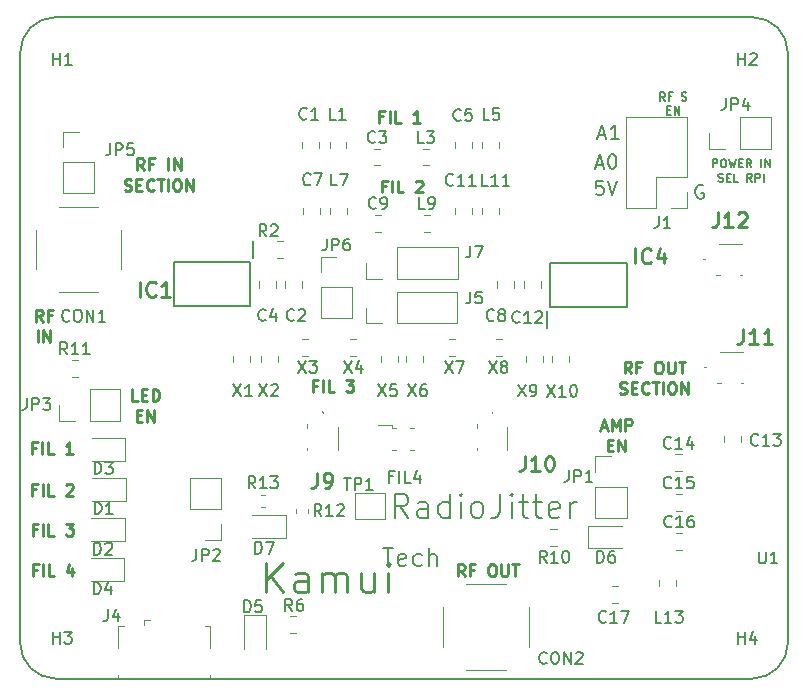
<source format=gto>
G04 #@! TF.GenerationSoftware,KiCad,Pcbnew,(5.1.4)-1*
G04 #@! TF.CreationDate,2019-11-05T17:53:01+05:30*
G04 #@! TF.ProjectId,RPi Hat RF Transmitter V1,52506920-4861-4742-9052-46205472616e,rev?*
G04 #@! TF.SameCoordinates,Original*
G04 #@! TF.FileFunction,Legend,Top*
G04 #@! TF.FilePolarity,Positive*
%FSLAX46Y46*%
G04 Gerber Fmt 4.6, Leading zero omitted, Abs format (unit mm)*
G04 Created by KiCad (PCBNEW (5.1.4)-1) date 2019-11-05 17:53:01*
%MOMM*%
%LPD*%
G04 APERTURE LIST*
%ADD10C,0.130000*%
%ADD11C,0.250000*%
%ADD12C,0.150000*%
%ADD13C,0.200000*%
%ADD14C,0.175000*%
%ADD15C,0.120000*%
%ADD16C,0.100000*%
%ADD17C,0.254000*%
G04 APERTURE END LIST*
D10*
X133156666Y-67886666D02*
X132923333Y-67553333D01*
X132756666Y-67886666D02*
X132756666Y-67186666D01*
X133023333Y-67186666D01*
X133090000Y-67220000D01*
X133123333Y-67253333D01*
X133156666Y-67320000D01*
X133156666Y-67420000D01*
X133123333Y-67486666D01*
X133090000Y-67520000D01*
X133023333Y-67553333D01*
X132756666Y-67553333D01*
X133690000Y-67520000D02*
X133456666Y-67520000D01*
X133456666Y-67886666D02*
X133456666Y-67186666D01*
X133790000Y-67186666D01*
X134556666Y-67853333D02*
X134656666Y-67886666D01*
X134823333Y-67886666D01*
X134890000Y-67853333D01*
X134923333Y-67820000D01*
X134956666Y-67753333D01*
X134956666Y-67686666D01*
X134923333Y-67620000D01*
X134890000Y-67586666D01*
X134823333Y-67553333D01*
X134690000Y-67520000D01*
X134623333Y-67486666D01*
X134590000Y-67453333D01*
X134556666Y-67386666D01*
X134556666Y-67320000D01*
X134590000Y-67253333D01*
X134623333Y-67220000D01*
X134690000Y-67186666D01*
X134856666Y-67186666D01*
X134956666Y-67220000D01*
X133323333Y-68700000D02*
X133556666Y-68700000D01*
X133656666Y-69066666D02*
X133323333Y-69066666D01*
X133323333Y-68366666D01*
X133656666Y-68366666D01*
X133956666Y-69066666D02*
X133956666Y-68366666D01*
X134356666Y-69066666D01*
X134356666Y-68366666D01*
X127502857Y-70820000D02*
X128074285Y-70820000D01*
X127388571Y-71162857D02*
X127788571Y-69962857D01*
X128188571Y-71162857D01*
X129217142Y-71162857D02*
X128531428Y-71162857D01*
X128874285Y-71162857D02*
X128874285Y-69962857D01*
X128760000Y-70134285D01*
X128645714Y-70248571D01*
X128531428Y-70305714D01*
X127322857Y-73300000D02*
X127894285Y-73300000D01*
X127208571Y-73642857D02*
X127608571Y-72442857D01*
X128008571Y-73642857D01*
X128637142Y-72442857D02*
X128751428Y-72442857D01*
X128865714Y-72500000D01*
X128922857Y-72557142D01*
X128980000Y-72671428D01*
X129037142Y-72900000D01*
X129037142Y-73185714D01*
X128980000Y-73414285D01*
X128922857Y-73528571D01*
X128865714Y-73585714D01*
X128751428Y-73642857D01*
X128637142Y-73642857D01*
X128522857Y-73585714D01*
X128465714Y-73528571D01*
X128408571Y-73414285D01*
X128351428Y-73185714D01*
X128351428Y-72900000D01*
X128408571Y-72671428D01*
X128465714Y-72557142D01*
X128522857Y-72500000D01*
X128637142Y-72442857D01*
D11*
X116181428Y-108148380D02*
X115848095Y-107672190D01*
X115610000Y-108148380D02*
X115610000Y-107148380D01*
X115990952Y-107148380D01*
X116086190Y-107196000D01*
X116133809Y-107243619D01*
X116181428Y-107338857D01*
X116181428Y-107481714D01*
X116133809Y-107576952D01*
X116086190Y-107624571D01*
X115990952Y-107672190D01*
X115610000Y-107672190D01*
X116943333Y-107624571D02*
X116610000Y-107624571D01*
X116610000Y-108148380D02*
X116610000Y-107148380D01*
X117086190Y-107148380D01*
X118419523Y-107148380D02*
X118610000Y-107148380D01*
X118705238Y-107196000D01*
X118800476Y-107291238D01*
X118848095Y-107481714D01*
X118848095Y-107815047D01*
X118800476Y-108005523D01*
X118705238Y-108100761D01*
X118610000Y-108148380D01*
X118419523Y-108148380D01*
X118324285Y-108100761D01*
X118229047Y-108005523D01*
X118181428Y-107815047D01*
X118181428Y-107481714D01*
X118229047Y-107291238D01*
X118324285Y-107196000D01*
X118419523Y-107148380D01*
X119276666Y-107148380D02*
X119276666Y-107957904D01*
X119324285Y-108053142D01*
X119371904Y-108100761D01*
X119467142Y-108148380D01*
X119657619Y-108148380D01*
X119752857Y-108100761D01*
X119800476Y-108053142D01*
X119848095Y-107957904D01*
X119848095Y-107148380D01*
X120181428Y-107148380D02*
X120752857Y-107148380D01*
X120467142Y-108148380D02*
X120467142Y-107148380D01*
X80440952Y-86597380D02*
X80107619Y-86121190D01*
X79869523Y-86597380D02*
X79869523Y-85597380D01*
X80250476Y-85597380D01*
X80345714Y-85645000D01*
X80393333Y-85692619D01*
X80440952Y-85787857D01*
X80440952Y-85930714D01*
X80393333Y-86025952D01*
X80345714Y-86073571D01*
X80250476Y-86121190D01*
X79869523Y-86121190D01*
X81202857Y-86073571D02*
X80869523Y-86073571D01*
X80869523Y-86597380D02*
X80869523Y-85597380D01*
X81345714Y-85597380D01*
X80036190Y-88347380D02*
X80036190Y-87347380D01*
X80512380Y-88347380D02*
X80512380Y-87347380D01*
X81083809Y-88347380D01*
X81083809Y-87347380D01*
D12*
X78546356Y-63817611D02*
X78546356Y-113817611D01*
X140546356Y-60817611D02*
X81546356Y-60817611D01*
X143546351Y-113822847D02*
X143546356Y-63817611D01*
X81546356Y-116817611D02*
X140546356Y-116817611D01*
D13*
X111391428Y-103204761D02*
X110724761Y-102252380D01*
X110248571Y-103204761D02*
X110248571Y-101204761D01*
X111010476Y-101204761D01*
X111200952Y-101300000D01*
X111296190Y-101395238D01*
X111391428Y-101585714D01*
X111391428Y-101871428D01*
X111296190Y-102061904D01*
X111200952Y-102157142D01*
X111010476Y-102252380D01*
X110248571Y-102252380D01*
X113105714Y-103204761D02*
X113105714Y-102157142D01*
X113010476Y-101966666D01*
X112820000Y-101871428D01*
X112439047Y-101871428D01*
X112248571Y-101966666D01*
X113105714Y-103109523D02*
X112915238Y-103204761D01*
X112439047Y-103204761D01*
X112248571Y-103109523D01*
X112153333Y-102919047D01*
X112153333Y-102728571D01*
X112248571Y-102538095D01*
X112439047Y-102442857D01*
X112915238Y-102442857D01*
X113105714Y-102347619D01*
X114915238Y-103204761D02*
X114915238Y-101204761D01*
X114915238Y-103109523D02*
X114724761Y-103204761D01*
X114343809Y-103204761D01*
X114153333Y-103109523D01*
X114058095Y-103014285D01*
X113962857Y-102823809D01*
X113962857Y-102252380D01*
X114058095Y-102061904D01*
X114153333Y-101966666D01*
X114343809Y-101871428D01*
X114724761Y-101871428D01*
X114915238Y-101966666D01*
X115867619Y-103204761D02*
X115867619Y-101871428D01*
X115867619Y-101204761D02*
X115772380Y-101300000D01*
X115867619Y-101395238D01*
X115962857Y-101300000D01*
X115867619Y-101204761D01*
X115867619Y-101395238D01*
X117105714Y-103204761D02*
X116915238Y-103109523D01*
X116820000Y-103014285D01*
X116724761Y-102823809D01*
X116724761Y-102252380D01*
X116820000Y-102061904D01*
X116915238Y-101966666D01*
X117105714Y-101871428D01*
X117391428Y-101871428D01*
X117581904Y-101966666D01*
X117677142Y-102061904D01*
X117772380Y-102252380D01*
X117772380Y-102823809D01*
X117677142Y-103014285D01*
X117581904Y-103109523D01*
X117391428Y-103204761D01*
X117105714Y-103204761D01*
X119200952Y-101204761D02*
X119200952Y-102633333D01*
X119105714Y-102919047D01*
X118915238Y-103109523D01*
X118629523Y-103204761D01*
X118439047Y-103204761D01*
X120153333Y-103204761D02*
X120153333Y-101871428D01*
X120153333Y-101204761D02*
X120058095Y-101300000D01*
X120153333Y-101395238D01*
X120248571Y-101300000D01*
X120153333Y-101204761D01*
X120153333Y-101395238D01*
X120820000Y-101871428D02*
X121581904Y-101871428D01*
X121105714Y-101204761D02*
X121105714Y-102919047D01*
X121200952Y-103109523D01*
X121391428Y-103204761D01*
X121581904Y-103204761D01*
X121962857Y-101871428D02*
X122724761Y-101871428D01*
X122248571Y-101204761D02*
X122248571Y-102919047D01*
X122343809Y-103109523D01*
X122534285Y-103204761D01*
X122724761Y-103204761D01*
X124153333Y-103109523D02*
X123962857Y-103204761D01*
X123581904Y-103204761D01*
X123391428Y-103109523D01*
X123296190Y-102919047D01*
X123296190Y-102157142D01*
X123391428Y-101966666D01*
X123581904Y-101871428D01*
X123962857Y-101871428D01*
X124153333Y-101966666D01*
X124248571Y-102157142D01*
X124248571Y-102347619D01*
X123296190Y-102538095D01*
X125105714Y-103204761D02*
X125105714Y-101871428D01*
X125105714Y-102252380D02*
X125200952Y-102061904D01*
X125296190Y-101966666D01*
X125486666Y-101871428D01*
X125677142Y-101871428D01*
D12*
X109249142Y-105780571D02*
X110106285Y-105780571D01*
X109677714Y-107280571D02*
X109677714Y-105780571D01*
X111177714Y-107209142D02*
X111034857Y-107280571D01*
X110749142Y-107280571D01*
X110606285Y-107209142D01*
X110534857Y-107066285D01*
X110534857Y-106494857D01*
X110606285Y-106352000D01*
X110749142Y-106280571D01*
X111034857Y-106280571D01*
X111177714Y-106352000D01*
X111249142Y-106494857D01*
X111249142Y-106637714D01*
X110534857Y-106780571D01*
X112534857Y-107209142D02*
X112392000Y-107280571D01*
X112106285Y-107280571D01*
X111963428Y-107209142D01*
X111892000Y-107137714D01*
X111820571Y-106994857D01*
X111820571Y-106566285D01*
X111892000Y-106423428D01*
X111963428Y-106352000D01*
X112106285Y-106280571D01*
X112392000Y-106280571D01*
X112534857Y-106352000D01*
X113177714Y-107280571D02*
X113177714Y-105780571D01*
X113820571Y-107280571D02*
X113820571Y-106494857D01*
X113749142Y-106352000D01*
X113606285Y-106280571D01*
X113392000Y-106280571D01*
X113249142Y-106352000D01*
X113177714Y-106423428D01*
D11*
X99351428Y-109510952D02*
X99351428Y-107010952D01*
X100780000Y-109510952D02*
X99708571Y-108082380D01*
X100780000Y-107010952D02*
X99351428Y-108439523D01*
X102922857Y-109510952D02*
X102922857Y-108201428D01*
X102803809Y-107963333D01*
X102565714Y-107844285D01*
X102089523Y-107844285D01*
X101851428Y-107963333D01*
X102922857Y-109391904D02*
X102684761Y-109510952D01*
X102089523Y-109510952D01*
X101851428Y-109391904D01*
X101732380Y-109153809D01*
X101732380Y-108915714D01*
X101851428Y-108677619D01*
X102089523Y-108558571D01*
X102684761Y-108558571D01*
X102922857Y-108439523D01*
X104113333Y-109510952D02*
X104113333Y-107844285D01*
X104113333Y-108082380D02*
X104232380Y-107963333D01*
X104470476Y-107844285D01*
X104827619Y-107844285D01*
X105065714Y-107963333D01*
X105184761Y-108201428D01*
X105184761Y-109510952D01*
X105184761Y-108201428D02*
X105303809Y-107963333D01*
X105541904Y-107844285D01*
X105899047Y-107844285D01*
X106137142Y-107963333D01*
X106256190Y-108201428D01*
X106256190Y-109510952D01*
X108518095Y-107844285D02*
X108518095Y-109510952D01*
X107446666Y-107844285D02*
X107446666Y-109153809D01*
X107565714Y-109391904D01*
X107803809Y-109510952D01*
X108160952Y-109510952D01*
X108399047Y-109391904D01*
X108518095Y-109272857D01*
X109708571Y-109510952D02*
X109708571Y-107844285D01*
X109708571Y-107010952D02*
X109589523Y-107130000D01*
X109708571Y-107249047D01*
X109827619Y-107130000D01*
X109708571Y-107010952D01*
X109708571Y-107249047D01*
X88517142Y-93317380D02*
X88040952Y-93317380D01*
X88040952Y-92317380D01*
X88850476Y-92793571D02*
X89183809Y-92793571D01*
X89326666Y-93317380D02*
X88850476Y-93317380D01*
X88850476Y-92317380D01*
X89326666Y-92317380D01*
X89755238Y-93317380D02*
X89755238Y-92317380D01*
X89993333Y-92317380D01*
X90136190Y-92365000D01*
X90231428Y-92460238D01*
X90279047Y-92555476D01*
X90326666Y-92745952D01*
X90326666Y-92888809D01*
X90279047Y-93079285D01*
X90231428Y-93174523D01*
X90136190Y-93269761D01*
X89993333Y-93317380D01*
X89755238Y-93317380D01*
X88421904Y-94543571D02*
X88755238Y-94543571D01*
X88898095Y-95067380D02*
X88421904Y-95067380D01*
X88421904Y-94067380D01*
X88898095Y-94067380D01*
X89326666Y-95067380D02*
X89326666Y-94067380D01*
X89898095Y-95067380D01*
X89898095Y-94067380D01*
X127730476Y-95551666D02*
X128206666Y-95551666D01*
X127635238Y-95837380D02*
X127968571Y-94837380D01*
X128301904Y-95837380D01*
X128635238Y-95837380D02*
X128635238Y-94837380D01*
X128968571Y-95551666D01*
X129301904Y-94837380D01*
X129301904Y-95837380D01*
X129778095Y-95837380D02*
X129778095Y-94837380D01*
X130159047Y-94837380D01*
X130254285Y-94885000D01*
X130301904Y-94932619D01*
X130349523Y-95027857D01*
X130349523Y-95170714D01*
X130301904Y-95265952D01*
X130254285Y-95313571D01*
X130159047Y-95361190D01*
X129778095Y-95361190D01*
X128301904Y-97063571D02*
X128635238Y-97063571D01*
X128778095Y-97587380D02*
X128301904Y-97587380D01*
X128301904Y-96587380D01*
X128778095Y-96587380D01*
X129206666Y-97587380D02*
X129206666Y-96587380D01*
X129778095Y-97587380D01*
X129778095Y-96587380D01*
D10*
X136394285Y-75060000D02*
X136280000Y-75002857D01*
X136108571Y-75002857D01*
X135937142Y-75060000D01*
X135822857Y-75174285D01*
X135765714Y-75288571D01*
X135708571Y-75517142D01*
X135708571Y-75688571D01*
X135765714Y-75917142D01*
X135822857Y-76031428D01*
X135937142Y-76145714D01*
X136108571Y-76202857D01*
X136222857Y-76202857D01*
X136394285Y-76145714D01*
X136451428Y-76088571D01*
X136451428Y-75688571D01*
X136222857Y-75688571D01*
X127891428Y-74682857D02*
X127320000Y-74682857D01*
X127262857Y-75254285D01*
X127320000Y-75197142D01*
X127434285Y-75140000D01*
X127720000Y-75140000D01*
X127834285Y-75197142D01*
X127891428Y-75254285D01*
X127948571Y-75368571D01*
X127948571Y-75654285D01*
X127891428Y-75768571D01*
X127834285Y-75825714D01*
X127720000Y-75882857D01*
X127434285Y-75882857D01*
X127320000Y-75825714D01*
X127262857Y-75768571D01*
X128291428Y-74682857D02*
X128691428Y-75882857D01*
X129091428Y-74682857D01*
D14*
X137183333Y-73544166D02*
X137183333Y-72844166D01*
X137450000Y-72844166D01*
X137516666Y-72877500D01*
X137550000Y-72910833D01*
X137583333Y-72977500D01*
X137583333Y-73077500D01*
X137550000Y-73144166D01*
X137516666Y-73177500D01*
X137450000Y-73210833D01*
X137183333Y-73210833D01*
X138016666Y-72844166D02*
X138150000Y-72844166D01*
X138216666Y-72877500D01*
X138283333Y-72944166D01*
X138316666Y-73077500D01*
X138316666Y-73310833D01*
X138283333Y-73444166D01*
X138216666Y-73510833D01*
X138150000Y-73544166D01*
X138016666Y-73544166D01*
X137950000Y-73510833D01*
X137883333Y-73444166D01*
X137850000Y-73310833D01*
X137850000Y-73077500D01*
X137883333Y-72944166D01*
X137950000Y-72877500D01*
X138016666Y-72844166D01*
X138550000Y-72844166D02*
X138716666Y-73544166D01*
X138850000Y-73044166D01*
X138983333Y-73544166D01*
X139150000Y-72844166D01*
X139416666Y-73177500D02*
X139650000Y-73177500D01*
X139750000Y-73544166D02*
X139416666Y-73544166D01*
X139416666Y-72844166D01*
X139750000Y-72844166D01*
X140450000Y-73544166D02*
X140216666Y-73210833D01*
X140050000Y-73544166D02*
X140050000Y-72844166D01*
X140316666Y-72844166D01*
X140383333Y-72877500D01*
X140416666Y-72910833D01*
X140450000Y-72977500D01*
X140450000Y-73077500D01*
X140416666Y-73144166D01*
X140383333Y-73177500D01*
X140316666Y-73210833D01*
X140050000Y-73210833D01*
X141283333Y-73544166D02*
X141283333Y-72844166D01*
X141616666Y-73544166D02*
X141616666Y-72844166D01*
X142016666Y-73544166D01*
X142016666Y-72844166D01*
X137666666Y-74735833D02*
X137766666Y-74769166D01*
X137933333Y-74769166D01*
X138000000Y-74735833D01*
X138033333Y-74702500D01*
X138066666Y-74635833D01*
X138066666Y-74569166D01*
X138033333Y-74502500D01*
X138000000Y-74469166D01*
X137933333Y-74435833D01*
X137800000Y-74402500D01*
X137733333Y-74369166D01*
X137700000Y-74335833D01*
X137666666Y-74269166D01*
X137666666Y-74202500D01*
X137700000Y-74135833D01*
X137733333Y-74102500D01*
X137800000Y-74069166D01*
X137966666Y-74069166D01*
X138066666Y-74102500D01*
X138366666Y-74402500D02*
X138600000Y-74402500D01*
X138700000Y-74769166D02*
X138366666Y-74769166D01*
X138366666Y-74069166D01*
X138700000Y-74069166D01*
X139333333Y-74769166D02*
X139000000Y-74769166D01*
X139000000Y-74069166D01*
X140500000Y-74769166D02*
X140266666Y-74435833D01*
X140100000Y-74769166D02*
X140100000Y-74069166D01*
X140366666Y-74069166D01*
X140433333Y-74102500D01*
X140466666Y-74135833D01*
X140500000Y-74202500D01*
X140500000Y-74302500D01*
X140466666Y-74369166D01*
X140433333Y-74402500D01*
X140366666Y-74435833D01*
X140100000Y-74435833D01*
X140800000Y-74769166D02*
X140800000Y-74069166D01*
X141066666Y-74069166D01*
X141133333Y-74102500D01*
X141166666Y-74135833D01*
X141200000Y-74202500D01*
X141200000Y-74302500D01*
X141166666Y-74369166D01*
X141133333Y-74402500D01*
X141066666Y-74435833D01*
X140800000Y-74435833D01*
X141500000Y-74769166D02*
X141500000Y-74069166D01*
D11*
X130291428Y-90977380D02*
X129958095Y-90501190D01*
X129720000Y-90977380D02*
X129720000Y-89977380D01*
X130100952Y-89977380D01*
X130196190Y-90025000D01*
X130243809Y-90072619D01*
X130291428Y-90167857D01*
X130291428Y-90310714D01*
X130243809Y-90405952D01*
X130196190Y-90453571D01*
X130100952Y-90501190D01*
X129720000Y-90501190D01*
X131053333Y-90453571D02*
X130720000Y-90453571D01*
X130720000Y-90977380D02*
X130720000Y-89977380D01*
X131196190Y-89977380D01*
X132529523Y-89977380D02*
X132720000Y-89977380D01*
X132815238Y-90025000D01*
X132910476Y-90120238D01*
X132958095Y-90310714D01*
X132958095Y-90644047D01*
X132910476Y-90834523D01*
X132815238Y-90929761D01*
X132720000Y-90977380D01*
X132529523Y-90977380D01*
X132434285Y-90929761D01*
X132339047Y-90834523D01*
X132291428Y-90644047D01*
X132291428Y-90310714D01*
X132339047Y-90120238D01*
X132434285Y-90025000D01*
X132529523Y-89977380D01*
X133386666Y-89977380D02*
X133386666Y-90786904D01*
X133434285Y-90882142D01*
X133481904Y-90929761D01*
X133577142Y-90977380D01*
X133767619Y-90977380D01*
X133862857Y-90929761D01*
X133910476Y-90882142D01*
X133958095Y-90786904D01*
X133958095Y-89977380D01*
X134291428Y-89977380D02*
X134862857Y-89977380D01*
X134577142Y-90977380D02*
X134577142Y-89977380D01*
X129315238Y-92679761D02*
X129458095Y-92727380D01*
X129696190Y-92727380D01*
X129791428Y-92679761D01*
X129839047Y-92632142D01*
X129886666Y-92536904D01*
X129886666Y-92441666D01*
X129839047Y-92346428D01*
X129791428Y-92298809D01*
X129696190Y-92251190D01*
X129505714Y-92203571D01*
X129410476Y-92155952D01*
X129362857Y-92108333D01*
X129315238Y-92013095D01*
X129315238Y-91917857D01*
X129362857Y-91822619D01*
X129410476Y-91775000D01*
X129505714Y-91727380D01*
X129743809Y-91727380D01*
X129886666Y-91775000D01*
X130315238Y-92203571D02*
X130648571Y-92203571D01*
X130791428Y-92727380D02*
X130315238Y-92727380D01*
X130315238Y-91727380D01*
X130791428Y-91727380D01*
X131791428Y-92632142D02*
X131743809Y-92679761D01*
X131600952Y-92727380D01*
X131505714Y-92727380D01*
X131362857Y-92679761D01*
X131267619Y-92584523D01*
X131220000Y-92489285D01*
X131172380Y-92298809D01*
X131172380Y-92155952D01*
X131220000Y-91965476D01*
X131267619Y-91870238D01*
X131362857Y-91775000D01*
X131505714Y-91727380D01*
X131600952Y-91727380D01*
X131743809Y-91775000D01*
X131791428Y-91822619D01*
X132077142Y-91727380D02*
X132648571Y-91727380D01*
X132362857Y-92727380D02*
X132362857Y-91727380D01*
X132981904Y-92727380D02*
X132981904Y-91727380D01*
X133648571Y-91727380D02*
X133839047Y-91727380D01*
X133934285Y-91775000D01*
X134029523Y-91870238D01*
X134077142Y-92060714D01*
X134077142Y-92394047D01*
X134029523Y-92584523D01*
X133934285Y-92679761D01*
X133839047Y-92727380D01*
X133648571Y-92727380D01*
X133553333Y-92679761D01*
X133458095Y-92584523D01*
X133410476Y-92394047D01*
X133410476Y-92060714D01*
X133458095Y-91870238D01*
X133553333Y-91775000D01*
X133648571Y-91727380D01*
X134505714Y-92727380D02*
X134505714Y-91727380D01*
X135077142Y-92727380D01*
X135077142Y-91727380D01*
X89038095Y-73777380D02*
X88704761Y-73301190D01*
X88466666Y-73777380D02*
X88466666Y-72777380D01*
X88847619Y-72777380D01*
X88942857Y-72825000D01*
X88990476Y-72872619D01*
X89038095Y-72967857D01*
X89038095Y-73110714D01*
X88990476Y-73205952D01*
X88942857Y-73253571D01*
X88847619Y-73301190D01*
X88466666Y-73301190D01*
X89800000Y-73253571D02*
X89466666Y-73253571D01*
X89466666Y-73777380D02*
X89466666Y-72777380D01*
X89942857Y-72777380D01*
X91085714Y-73777380D02*
X91085714Y-72777380D01*
X91561904Y-73777380D02*
X91561904Y-72777380D01*
X92133333Y-73777380D01*
X92133333Y-72777380D01*
X87395238Y-75479761D02*
X87538095Y-75527380D01*
X87776190Y-75527380D01*
X87871428Y-75479761D01*
X87919047Y-75432142D01*
X87966666Y-75336904D01*
X87966666Y-75241666D01*
X87919047Y-75146428D01*
X87871428Y-75098809D01*
X87776190Y-75051190D01*
X87585714Y-75003571D01*
X87490476Y-74955952D01*
X87442857Y-74908333D01*
X87395238Y-74813095D01*
X87395238Y-74717857D01*
X87442857Y-74622619D01*
X87490476Y-74575000D01*
X87585714Y-74527380D01*
X87823809Y-74527380D01*
X87966666Y-74575000D01*
X88395238Y-75003571D02*
X88728571Y-75003571D01*
X88871428Y-75527380D02*
X88395238Y-75527380D01*
X88395238Y-74527380D01*
X88871428Y-74527380D01*
X89871428Y-75432142D02*
X89823809Y-75479761D01*
X89680952Y-75527380D01*
X89585714Y-75527380D01*
X89442857Y-75479761D01*
X89347619Y-75384523D01*
X89300000Y-75289285D01*
X89252380Y-75098809D01*
X89252380Y-74955952D01*
X89300000Y-74765476D01*
X89347619Y-74670238D01*
X89442857Y-74575000D01*
X89585714Y-74527380D01*
X89680952Y-74527380D01*
X89823809Y-74575000D01*
X89871428Y-74622619D01*
X90157142Y-74527380D02*
X90728571Y-74527380D01*
X90442857Y-75527380D02*
X90442857Y-74527380D01*
X91061904Y-75527380D02*
X91061904Y-74527380D01*
X91728571Y-74527380D02*
X91919047Y-74527380D01*
X92014285Y-74575000D01*
X92109523Y-74670238D01*
X92157142Y-74860714D01*
X92157142Y-75194047D01*
X92109523Y-75384523D01*
X92014285Y-75479761D01*
X91919047Y-75527380D01*
X91728571Y-75527380D01*
X91633333Y-75479761D01*
X91538095Y-75384523D01*
X91490476Y-75194047D01*
X91490476Y-74860714D01*
X91538095Y-74670238D01*
X91633333Y-74575000D01*
X91728571Y-74527380D01*
X92585714Y-75527380D02*
X92585714Y-74527380D01*
X93157142Y-75527380D01*
X93157142Y-74527380D01*
X103662857Y-92028571D02*
X103329523Y-92028571D01*
X103329523Y-92552380D02*
X103329523Y-91552380D01*
X103805714Y-91552380D01*
X104186666Y-92552380D02*
X104186666Y-91552380D01*
X105139047Y-92552380D02*
X104662857Y-92552380D01*
X104662857Y-91552380D01*
X106139047Y-91552380D02*
X106758095Y-91552380D01*
X106424761Y-91933333D01*
X106567619Y-91933333D01*
X106662857Y-91980952D01*
X106710476Y-92028571D01*
X106758095Y-92123809D01*
X106758095Y-92361904D01*
X106710476Y-92457142D01*
X106662857Y-92504761D01*
X106567619Y-92552380D01*
X106281904Y-92552380D01*
X106186666Y-92504761D01*
X106139047Y-92457142D01*
X79962857Y-107608571D02*
X79629523Y-107608571D01*
X79629523Y-108132380D02*
X79629523Y-107132380D01*
X80105714Y-107132380D01*
X80486666Y-108132380D02*
X80486666Y-107132380D01*
X81439047Y-108132380D02*
X80962857Y-108132380D01*
X80962857Y-107132380D01*
X82962857Y-107465714D02*
X82962857Y-108132380D01*
X82724761Y-107084761D02*
X82486666Y-107799047D01*
X83105714Y-107799047D01*
X79942857Y-104188571D02*
X79609523Y-104188571D01*
X79609523Y-104712380D02*
X79609523Y-103712380D01*
X80085714Y-103712380D01*
X80466666Y-104712380D02*
X80466666Y-103712380D01*
X81419047Y-104712380D02*
X80942857Y-104712380D01*
X80942857Y-103712380D01*
X82419047Y-103712380D02*
X83038095Y-103712380D01*
X82704761Y-104093333D01*
X82847619Y-104093333D01*
X82942857Y-104140952D01*
X82990476Y-104188571D01*
X83038095Y-104283809D01*
X83038095Y-104521904D01*
X82990476Y-104617142D01*
X82942857Y-104664761D01*
X82847619Y-104712380D01*
X82561904Y-104712380D01*
X82466666Y-104664761D01*
X82419047Y-104617142D01*
X109522857Y-75128571D02*
X109189523Y-75128571D01*
X109189523Y-75652380D02*
X109189523Y-74652380D01*
X109665714Y-74652380D01*
X110046666Y-75652380D02*
X110046666Y-74652380D01*
X110999047Y-75652380D02*
X110522857Y-75652380D01*
X110522857Y-74652380D01*
X112046666Y-74747619D02*
X112094285Y-74700000D01*
X112189523Y-74652380D01*
X112427619Y-74652380D01*
X112522857Y-74700000D01*
X112570476Y-74747619D01*
X112618095Y-74842857D01*
X112618095Y-74938095D01*
X112570476Y-75080952D01*
X111999047Y-75652380D01*
X112618095Y-75652380D01*
X109302857Y-69228571D02*
X108969523Y-69228571D01*
X108969523Y-69752380D02*
X108969523Y-68752380D01*
X109445714Y-68752380D01*
X109826666Y-69752380D02*
X109826666Y-68752380D01*
X110779047Y-69752380D02*
X110302857Y-69752380D01*
X110302857Y-68752380D01*
X112398095Y-69752380D02*
X111826666Y-69752380D01*
X112112380Y-69752380D02*
X112112380Y-68752380D01*
X112017142Y-68895238D01*
X111921904Y-68990476D01*
X111826666Y-69038095D01*
X79922857Y-100808571D02*
X79589523Y-100808571D01*
X79589523Y-101332380D02*
X79589523Y-100332380D01*
X80065714Y-100332380D01*
X80446666Y-101332380D02*
X80446666Y-100332380D01*
X81399047Y-101332380D02*
X80922857Y-101332380D01*
X80922857Y-100332380D01*
X82446666Y-100427619D02*
X82494285Y-100380000D01*
X82589523Y-100332380D01*
X82827619Y-100332380D01*
X82922857Y-100380000D01*
X82970476Y-100427619D01*
X83018095Y-100522857D01*
X83018095Y-100618095D01*
X82970476Y-100760952D01*
X82399047Y-101332380D01*
X83018095Y-101332380D01*
X79902857Y-97308571D02*
X79569523Y-97308571D01*
X79569523Y-97832380D02*
X79569523Y-96832380D01*
X80045714Y-96832380D01*
X80426666Y-97832380D02*
X80426666Y-96832380D01*
X81379047Y-97832380D02*
X80902857Y-97832380D01*
X80902857Y-96832380D01*
X82998095Y-97832380D02*
X82426666Y-97832380D01*
X82712380Y-97832380D02*
X82712380Y-96832380D01*
X82617142Y-96975238D01*
X82521904Y-97070476D01*
X82426666Y-97118095D01*
D12*
X78546356Y-63817611D02*
G75*
G02X81546356Y-60817611I3000000J0D01*
G01*
X140546356Y-60817611D02*
G75*
G02X143546356Y-63817611I0J-3000000D01*
G01*
X81546356Y-116817611D02*
G75*
G02X78546356Y-113817611I0J3000000D01*
G01*
X143546351Y-113822847D02*
G75*
G02X140546356Y-116817611I-2999995J5236D01*
G01*
D15*
X109480000Y-101100000D02*
X106880000Y-101100000D01*
X109480000Y-103300000D02*
X109480000Y-101100000D01*
X106880000Y-103300000D02*
X109480000Y-103300000D01*
X106880000Y-102800000D02*
X106880000Y-103300000D01*
X106880000Y-101100000D02*
X106880000Y-102800000D01*
X135010000Y-76990000D02*
X133680000Y-76990000D01*
X135010000Y-75660000D02*
X135010000Y-76990000D01*
X132410000Y-76990000D02*
X129810000Y-76990000D01*
X132410000Y-74390000D02*
X132410000Y-76990000D01*
X135010000Y-74390000D02*
X132410000Y-74390000D01*
X129810000Y-76990000D02*
X129810000Y-69250000D01*
X135010000Y-74390000D02*
X135010000Y-69250000D01*
X135010000Y-69250000D02*
X129810000Y-69250000D01*
X98937221Y-102270000D02*
X99262779Y-102270000D01*
X98937221Y-101250000D02*
X99262779Y-101250000D01*
X101930000Y-102497221D02*
X101930000Y-102822779D01*
X102950000Y-102497221D02*
X102950000Y-102822779D01*
X103810000Y-71896252D02*
X103810000Y-71373748D01*
X102390000Y-71896252D02*
X102390000Y-71373748D01*
D16*
X119790000Y-95520000D02*
X119790000Y-97472000D01*
X117190000Y-95577000D02*
X117190000Y-95270000D01*
X117190000Y-97270000D02*
X117190000Y-97472000D01*
X118490000Y-94320000D02*
X118490000Y-94320000D01*
X118490000Y-94220000D02*
X118490000Y-94220000D01*
X118490000Y-94220000D02*
G75*
G03X118490000Y-94320000I0J-50000D01*
G01*
X118490000Y-94320000D02*
G75*
G03X118490000Y-94220000I0J50000D01*
G01*
D13*
X123405000Y-85332000D02*
X123405000Y-81632000D01*
X123405000Y-81632000D02*
X129905000Y-81632000D01*
X129905000Y-81632000D02*
X129905000Y-85332000D01*
X129905000Y-85332000D02*
X123405000Y-85332000D01*
X123155000Y-87157000D02*
X123155000Y-85682000D01*
X98050000Y-81590000D02*
X98050000Y-85290000D01*
X98050000Y-85290000D02*
X91550000Y-85290000D01*
X91550000Y-85290000D02*
X91550000Y-81590000D01*
X91550000Y-81590000D02*
X98050000Y-81590000D01*
X98300000Y-79765000D02*
X98300000Y-81240000D01*
D16*
X137720000Y-80020000D02*
X139672000Y-80020000D01*
X137777000Y-82620000D02*
X137470000Y-82620000D01*
X139470000Y-82620000D02*
X139672000Y-82620000D01*
X136520000Y-81320000D02*
X136520000Y-81320000D01*
X136420000Y-81320000D02*
X136420000Y-81320000D01*
X136420000Y-81320000D02*
G75*
G03X136520000Y-81320000I50000J0D01*
G01*
X136520000Y-81320000D02*
G75*
G03X136420000Y-81320000I-50000J0D01*
G01*
X137800000Y-89180000D02*
X139752000Y-89180000D01*
X137857000Y-91780000D02*
X137550000Y-91780000D01*
X139550000Y-91780000D02*
X139752000Y-91780000D01*
X136600000Y-90480000D02*
X136600000Y-90480000D01*
X136500000Y-90480000D02*
X136500000Y-90480000D01*
X136500000Y-90480000D02*
G75*
G03X136600000Y-90480000I50000J0D01*
G01*
X136600000Y-90480000D02*
G75*
G03X136500000Y-90480000I-50000J0D01*
G01*
X105460000Y-95520000D02*
X105460000Y-97472000D01*
X102860000Y-95577000D02*
X102860000Y-95270000D01*
X102860000Y-97270000D02*
X102860000Y-97472000D01*
X104160000Y-94320000D02*
X104160000Y-94320000D01*
X104160000Y-94220000D02*
X104160000Y-94220000D01*
X104160000Y-94220000D02*
G75*
G03X104160000Y-94320000I0J-50000D01*
G01*
X104160000Y-94320000D02*
G75*
G03X104160000Y-94220000I0J50000D01*
G01*
D15*
X100781252Y-79810000D02*
X100258748Y-79810000D01*
X100781252Y-81230000D02*
X100258748Y-81230000D01*
X103990000Y-81110000D02*
X105320000Y-81110000D01*
X103990000Y-82440000D02*
X103990000Y-81110000D01*
X103990000Y-83710000D02*
X106650000Y-83710000D01*
X106650000Y-83710000D02*
X106650000Y-86310000D01*
X103990000Y-83710000D02*
X103990000Y-86310000D01*
X103990000Y-86310000D02*
X106650000Y-86310000D01*
X82170000Y-70510000D02*
X83500000Y-70510000D01*
X82170000Y-71840000D02*
X82170000Y-70510000D01*
X82170000Y-73110000D02*
X84830000Y-73110000D01*
X84830000Y-73110000D02*
X84830000Y-75710000D01*
X82170000Y-73110000D02*
X82170000Y-75710000D01*
X82170000Y-75710000D02*
X84830000Y-75710000D01*
X110050000Y-95360000D02*
X108820000Y-95360000D01*
X110050000Y-95610000D02*
X110050000Y-95360000D01*
X110050000Y-97430000D02*
X110390000Y-97430000D01*
X110050000Y-95610000D02*
X110390000Y-95610000D01*
X111530000Y-97430000D02*
X111870000Y-97430000D01*
X111530000Y-95610000D02*
X111870000Y-95610000D01*
X122610000Y-83721252D02*
X122610000Y-83198748D01*
X121190000Y-83721252D02*
X121190000Y-83198748D01*
X120370000Y-83721252D02*
X120370000Y-83198748D01*
X118950000Y-83721252D02*
X118950000Y-83198748D01*
X98810000Y-83198748D02*
X98810000Y-83721252D01*
X100230000Y-83198748D02*
X100230000Y-83721252D01*
X100970000Y-83198748D02*
X100970000Y-83721252D01*
X102390000Y-83198748D02*
X102390000Y-83721252D01*
X123571000Y-89530748D02*
X123571000Y-90053252D01*
X124991000Y-89530748D02*
X124991000Y-90053252D01*
X118812748Y-89477000D02*
X119335252Y-89477000D01*
X118812748Y-88057000D02*
X119335252Y-88057000D01*
X121412000Y-89530748D02*
X121412000Y-90053252D01*
X122832000Y-89530748D02*
X122832000Y-90053252D01*
X114866748Y-89477000D02*
X115389252Y-89477000D01*
X114866748Y-88057000D02*
X115389252Y-88057000D01*
X134095748Y-105929500D02*
X134618252Y-105929500D01*
X134095748Y-104509500D02*
X134618252Y-104509500D01*
X121593000Y-110798500D02*
X121593000Y-114118500D01*
X114373000Y-110798500D02*
X114373000Y-114118500D01*
X116323000Y-116068500D02*
X119643000Y-116068500D01*
X116323000Y-108848500D02*
X119643000Y-108848500D01*
X85137000Y-84108500D02*
X81817000Y-84108500D01*
X85137000Y-76888500D02*
X81817000Y-76888500D01*
X79867000Y-78838500D02*
X79867000Y-82158500D01*
X87087000Y-78838500D02*
X87087000Y-82158500D01*
X129157252Y-109018000D02*
X128634748Y-109018000D01*
X129157252Y-110438000D02*
X128634748Y-110438000D01*
X134050248Y-102627500D02*
X134572752Y-102627500D01*
X134050248Y-101207500D02*
X134572752Y-101207500D01*
X134032248Y-99262000D02*
X134554752Y-99262000D01*
X134032248Y-97842000D02*
X134554752Y-97842000D01*
X138164500Y-96258748D02*
X138164500Y-96781252D01*
X139584500Y-96258748D02*
X139584500Y-96781252D01*
X116770000Y-77496252D02*
X116770000Y-76973748D01*
X115350000Y-77496252D02*
X115350000Y-76973748D01*
X108573748Y-78970000D02*
X109096252Y-78970000D01*
X108573748Y-77550000D02*
X109096252Y-77550000D01*
X103950000Y-77496252D02*
X103950000Y-76973748D01*
X102530000Y-77496252D02*
X102530000Y-76973748D01*
X109093000Y-89530748D02*
X109093000Y-90053252D01*
X110513000Y-89530748D02*
X110513000Y-90053252D01*
X116770000Y-71901252D02*
X116770000Y-71378748D01*
X115350000Y-71901252D02*
X115350000Y-71378748D01*
X102420748Y-89477000D02*
X102943252Y-89477000D01*
X102420748Y-88057000D02*
X102943252Y-88057000D01*
X108513748Y-73375500D02*
X109036252Y-73375500D01*
X108513748Y-71955500D02*
X109036252Y-71955500D01*
X96583500Y-89512748D02*
X96583500Y-90035252D01*
X98003500Y-89512748D02*
X98003500Y-90035252D01*
X136909500Y-71942000D02*
X136909500Y-70612000D01*
X138239500Y-71942000D02*
X136909500Y-71942000D01*
X139509500Y-71942000D02*
X139509500Y-69282000D01*
X139509500Y-69282000D02*
X142109500Y-69282000D01*
X139509500Y-71942000D02*
X142109500Y-71942000D01*
X142109500Y-71942000D02*
X142109500Y-69282000D01*
X82913748Y-91270000D02*
X83436252Y-91270000D01*
X82913748Y-89850000D02*
X83436252Y-89850000D01*
X123436748Y-105612000D02*
X123959252Y-105612000D01*
X123436748Y-104192000D02*
X123959252Y-104192000D01*
X101941252Y-111550000D02*
X101418748Y-111550000D01*
X101941252Y-112970000D02*
X101418748Y-112970000D01*
X132640000Y-108441748D02*
X132640000Y-108964252D01*
X134060000Y-108441748D02*
X134060000Y-108964252D01*
X119070000Y-77496252D02*
X119070000Y-76973748D01*
X117650000Y-77496252D02*
X117650000Y-76973748D01*
X112713748Y-78970000D02*
X113236252Y-78970000D01*
X112713748Y-77550000D02*
X113236252Y-77550000D01*
X106210000Y-77496252D02*
X106210000Y-76973748D01*
X104790000Y-77496252D02*
X104790000Y-76973748D01*
X111252000Y-89530748D02*
X111252000Y-90053252D01*
X112672000Y-89530748D02*
X112672000Y-90053252D01*
X119090000Y-71901252D02*
X119090000Y-71378748D01*
X117670000Y-71901252D02*
X117670000Y-71378748D01*
X106502748Y-89477000D02*
X107025252Y-89477000D01*
X106502748Y-88057000D02*
X107025252Y-88057000D01*
X112624748Y-73375500D02*
X113147252Y-73375500D01*
X112624748Y-71955500D02*
X113147252Y-71955500D01*
X98933000Y-89512748D02*
X98933000Y-90035252D01*
X100353000Y-89512748D02*
X100353000Y-90035252D01*
X106170000Y-71896252D02*
X106170000Y-71373748D01*
X104750000Y-71896252D02*
X104750000Y-71373748D01*
X81830000Y-94990000D02*
X81830000Y-93660000D01*
X83160000Y-94990000D02*
X81830000Y-94990000D01*
X84430000Y-94990000D02*
X84430000Y-92330000D01*
X84430000Y-92330000D02*
X87030000Y-92330000D01*
X84430000Y-94990000D02*
X87030000Y-94990000D01*
X87030000Y-94990000D02*
X87030000Y-92330000D01*
X95570000Y-105070000D02*
X94240000Y-105070000D01*
X95570000Y-103740000D02*
X95570000Y-105070000D01*
X95570000Y-102470000D02*
X92910000Y-102470000D01*
X92910000Y-102470000D02*
X92910000Y-99870000D01*
X95570000Y-102470000D02*
X95570000Y-99870000D01*
X95570000Y-99870000D02*
X92910000Y-99870000D01*
X127257500Y-97984000D02*
X128587500Y-97984000D01*
X127257500Y-99314000D02*
X127257500Y-97984000D01*
X127257500Y-100584000D02*
X129917500Y-100584000D01*
X129917500Y-100584000D02*
X129917500Y-103184000D01*
X127257500Y-100584000D02*
X127257500Y-103184000D01*
X127257500Y-103184000D02*
X129917500Y-103184000D01*
X107870000Y-82950000D02*
X107870000Y-81620000D01*
X109200000Y-82950000D02*
X107870000Y-82950000D01*
X110470000Y-82950000D02*
X110470000Y-80290000D01*
X110470000Y-80290000D02*
X115610000Y-80290000D01*
X110470000Y-82950000D02*
X115610000Y-82950000D01*
X115610000Y-82950000D02*
X115610000Y-80290000D01*
X107830000Y-86750000D02*
X107830000Y-85420000D01*
X109160000Y-86750000D02*
X107830000Y-86750000D01*
X110430000Y-86750000D02*
X110430000Y-84090000D01*
X110430000Y-84090000D02*
X115570000Y-84090000D01*
X110430000Y-86750000D02*
X115570000Y-86750000D01*
X115570000Y-86750000D02*
X115570000Y-84090000D01*
X89057500Y-111829500D02*
X89057500Y-112279500D01*
X89057500Y-111829500D02*
X89507500Y-111829500D01*
X94657500Y-112379500D02*
X94207500Y-112379500D01*
X94657500Y-114229500D02*
X94657500Y-112379500D01*
X86857500Y-116779500D02*
X86857500Y-116529500D01*
X94657500Y-116779500D02*
X94657500Y-116529500D01*
X86857500Y-114229500D02*
X86857500Y-112379500D01*
X86857500Y-112379500D02*
X87307500Y-112379500D01*
X101040000Y-102980000D02*
X98180000Y-102980000D01*
X101040000Y-104900000D02*
X101040000Y-102980000D01*
X98180000Y-104900000D02*
X101040000Y-104900000D01*
X126664000Y-105798500D02*
X129524000Y-105798500D01*
X126664000Y-103878500D02*
X126664000Y-105798500D01*
X129524000Y-103878500D02*
X126664000Y-103878500D01*
X97460000Y-111465000D02*
X97460000Y-114325000D01*
X99380000Y-111465000D02*
X97460000Y-111465000D01*
X99380000Y-114325000D02*
X99380000Y-111465000D01*
X87380000Y-106620000D02*
X84520000Y-106620000D01*
X87380000Y-108540000D02*
X87380000Y-106620000D01*
X84520000Y-108540000D02*
X87380000Y-108540000D01*
X87455000Y-96440000D02*
X84595000Y-96440000D01*
X87455000Y-98360000D02*
X87455000Y-96440000D01*
X84595000Y-98360000D02*
X87455000Y-98360000D01*
X87408500Y-103258000D02*
X84548500Y-103258000D01*
X87408500Y-105178000D02*
X87408500Y-103258000D01*
X84548500Y-105178000D02*
X87408500Y-105178000D01*
X87472000Y-99829000D02*
X84612000Y-99829000D01*
X87472000Y-101749000D02*
X87472000Y-99829000D01*
X84612000Y-101749000D02*
X87472000Y-101749000D01*
D12*
X105958095Y-99832380D02*
X106529523Y-99832380D01*
X106243809Y-100832380D02*
X106243809Y-99832380D01*
X106862857Y-100832380D02*
X106862857Y-99832380D01*
X107243809Y-99832380D01*
X107339047Y-99880000D01*
X107386666Y-99927619D01*
X107434285Y-100022857D01*
X107434285Y-100165714D01*
X107386666Y-100260952D01*
X107339047Y-100308571D01*
X107243809Y-100356190D01*
X106862857Y-100356190D01*
X108386666Y-100832380D02*
X107815238Y-100832380D01*
X108100952Y-100832380D02*
X108100952Y-99832380D01*
X108005714Y-99975238D01*
X107910476Y-100070476D01*
X107815238Y-100118095D01*
X132606666Y-77672380D02*
X132606666Y-78386666D01*
X132559047Y-78529523D01*
X132463809Y-78624761D01*
X132320952Y-78672380D01*
X132225714Y-78672380D01*
X133606666Y-78672380D02*
X133035238Y-78672380D01*
X133320952Y-78672380D02*
X133320952Y-77672380D01*
X133225714Y-77815238D01*
X133130476Y-77910476D01*
X133035238Y-77958095D01*
X98457142Y-100712380D02*
X98123809Y-100236190D01*
X97885714Y-100712380D02*
X97885714Y-99712380D01*
X98266666Y-99712380D01*
X98361904Y-99760000D01*
X98409523Y-99807619D01*
X98457142Y-99902857D01*
X98457142Y-100045714D01*
X98409523Y-100140952D01*
X98361904Y-100188571D01*
X98266666Y-100236190D01*
X97885714Y-100236190D01*
X99409523Y-100712380D02*
X98838095Y-100712380D01*
X99123809Y-100712380D02*
X99123809Y-99712380D01*
X99028571Y-99855238D01*
X98933333Y-99950476D01*
X98838095Y-99998095D01*
X99742857Y-99712380D02*
X100361904Y-99712380D01*
X100028571Y-100093333D01*
X100171428Y-100093333D01*
X100266666Y-100140952D01*
X100314285Y-100188571D01*
X100361904Y-100283809D01*
X100361904Y-100521904D01*
X100314285Y-100617142D01*
X100266666Y-100664761D01*
X100171428Y-100712380D01*
X99885714Y-100712380D01*
X99790476Y-100664761D01*
X99742857Y-100617142D01*
X104057142Y-103072380D02*
X103723809Y-102596190D01*
X103485714Y-103072380D02*
X103485714Y-102072380D01*
X103866666Y-102072380D01*
X103961904Y-102120000D01*
X104009523Y-102167619D01*
X104057142Y-102262857D01*
X104057142Y-102405714D01*
X104009523Y-102500952D01*
X103961904Y-102548571D01*
X103866666Y-102596190D01*
X103485714Y-102596190D01*
X105009523Y-103072380D02*
X104438095Y-103072380D01*
X104723809Y-103072380D02*
X104723809Y-102072380D01*
X104628571Y-102215238D01*
X104533333Y-102310476D01*
X104438095Y-102358095D01*
X105390476Y-102167619D02*
X105438095Y-102120000D01*
X105533333Y-102072380D01*
X105771428Y-102072380D01*
X105866666Y-102120000D01*
X105914285Y-102167619D01*
X105961904Y-102262857D01*
X105961904Y-102358095D01*
X105914285Y-102500952D01*
X105342857Y-103072380D01*
X105961904Y-103072380D01*
X102813333Y-69397142D02*
X102765714Y-69444761D01*
X102622857Y-69492380D01*
X102527619Y-69492380D01*
X102384761Y-69444761D01*
X102289523Y-69349523D01*
X102241904Y-69254285D01*
X102194285Y-69063809D01*
X102194285Y-68920952D01*
X102241904Y-68730476D01*
X102289523Y-68635238D01*
X102384761Y-68540000D01*
X102527619Y-68492380D01*
X102622857Y-68492380D01*
X102765714Y-68540000D01*
X102813333Y-68587619D01*
X103765714Y-69492380D02*
X103194285Y-69492380D01*
X103480000Y-69492380D02*
X103480000Y-68492380D01*
X103384761Y-68635238D01*
X103289523Y-68730476D01*
X103194285Y-68778095D01*
D17*
X121251904Y-97964523D02*
X121251904Y-98871666D01*
X121191428Y-99053095D01*
X121070476Y-99174047D01*
X120889047Y-99234523D01*
X120768095Y-99234523D01*
X122521904Y-99234523D02*
X121796190Y-99234523D01*
X122159047Y-99234523D02*
X122159047Y-97964523D01*
X122038095Y-98145952D01*
X121917142Y-98266904D01*
X121796190Y-98327380D01*
X123308095Y-97964523D02*
X123429047Y-97964523D01*
X123550000Y-98025000D01*
X123610476Y-98085476D01*
X123670952Y-98206428D01*
X123731428Y-98448333D01*
X123731428Y-98750714D01*
X123670952Y-98992619D01*
X123610476Y-99113571D01*
X123550000Y-99174047D01*
X123429047Y-99234523D01*
X123308095Y-99234523D01*
X123187142Y-99174047D01*
X123126666Y-99113571D01*
X123066190Y-98992619D01*
X123005714Y-98750714D01*
X123005714Y-98448333D01*
X123066190Y-98206428D01*
X123126666Y-98085476D01*
X123187142Y-98025000D01*
X123308095Y-97964523D01*
X130620238Y-81674523D02*
X130620238Y-80404523D01*
X131950714Y-81553571D02*
X131890238Y-81614047D01*
X131708809Y-81674523D01*
X131587857Y-81674523D01*
X131406428Y-81614047D01*
X131285476Y-81493095D01*
X131225000Y-81372142D01*
X131164523Y-81130238D01*
X131164523Y-80948809D01*
X131225000Y-80706904D01*
X131285476Y-80585952D01*
X131406428Y-80465000D01*
X131587857Y-80404523D01*
X131708809Y-80404523D01*
X131890238Y-80465000D01*
X131950714Y-80525476D01*
X133039285Y-80827857D02*
X133039285Y-81674523D01*
X132736904Y-80344047D02*
X132434523Y-81251190D01*
X133220714Y-81251190D01*
X88700238Y-84494523D02*
X88700238Y-83224523D01*
X90030714Y-84373571D02*
X89970238Y-84434047D01*
X89788809Y-84494523D01*
X89667857Y-84494523D01*
X89486428Y-84434047D01*
X89365476Y-84313095D01*
X89305000Y-84192142D01*
X89244523Y-83950238D01*
X89244523Y-83768809D01*
X89305000Y-83526904D01*
X89365476Y-83405952D01*
X89486428Y-83285000D01*
X89667857Y-83224523D01*
X89788809Y-83224523D01*
X89970238Y-83285000D01*
X90030714Y-83345476D01*
X91240238Y-84494523D02*
X90514523Y-84494523D01*
X90877380Y-84494523D02*
X90877380Y-83224523D01*
X90756428Y-83405952D01*
X90635476Y-83526904D01*
X90514523Y-83587380D01*
X137591904Y-77344523D02*
X137591904Y-78251666D01*
X137531428Y-78433095D01*
X137410476Y-78554047D01*
X137229047Y-78614523D01*
X137108095Y-78614523D01*
X138861904Y-78614523D02*
X138136190Y-78614523D01*
X138499047Y-78614523D02*
X138499047Y-77344523D01*
X138378095Y-77525952D01*
X138257142Y-77646904D01*
X138136190Y-77707380D01*
X139345714Y-77465476D02*
X139406190Y-77405000D01*
X139527142Y-77344523D01*
X139829523Y-77344523D01*
X139950476Y-77405000D01*
X140010952Y-77465476D01*
X140071428Y-77586428D01*
X140071428Y-77707380D01*
X140010952Y-77888809D01*
X139285238Y-78614523D01*
X140071428Y-78614523D01*
X139731904Y-87224523D02*
X139731904Y-88131666D01*
X139671428Y-88313095D01*
X139550476Y-88434047D01*
X139369047Y-88494523D01*
X139248095Y-88494523D01*
X141001904Y-88494523D02*
X140276190Y-88494523D01*
X140639047Y-88494523D02*
X140639047Y-87224523D01*
X140518095Y-87405952D01*
X140397142Y-87526904D01*
X140276190Y-87587380D01*
X142211428Y-88494523D02*
X141485714Y-88494523D01*
X141848571Y-88494523D02*
X141848571Y-87224523D01*
X141727619Y-87405952D01*
X141606666Y-87526904D01*
X141485714Y-87587380D01*
X103696666Y-99404523D02*
X103696666Y-100311666D01*
X103636190Y-100493095D01*
X103515238Y-100614047D01*
X103333809Y-100674523D01*
X103212857Y-100674523D01*
X104361904Y-100674523D02*
X104603809Y-100674523D01*
X104724761Y-100614047D01*
X104785238Y-100553571D01*
X104906190Y-100372142D01*
X104966666Y-100130238D01*
X104966666Y-99646428D01*
X104906190Y-99525476D01*
X104845714Y-99465000D01*
X104724761Y-99404523D01*
X104482857Y-99404523D01*
X104361904Y-99465000D01*
X104301428Y-99525476D01*
X104240952Y-99646428D01*
X104240952Y-99948809D01*
X104301428Y-100069761D01*
X104361904Y-100130238D01*
X104482857Y-100190714D01*
X104724761Y-100190714D01*
X104845714Y-100130238D01*
X104906190Y-100069761D01*
X104966666Y-99948809D01*
D12*
X99393333Y-79372380D02*
X99060000Y-78896190D01*
X98821904Y-79372380D02*
X98821904Y-78372380D01*
X99202857Y-78372380D01*
X99298095Y-78420000D01*
X99345714Y-78467619D01*
X99393333Y-78562857D01*
X99393333Y-78705714D01*
X99345714Y-78800952D01*
X99298095Y-78848571D01*
X99202857Y-78896190D01*
X98821904Y-78896190D01*
X99774285Y-78467619D02*
X99821904Y-78420000D01*
X99917142Y-78372380D01*
X100155238Y-78372380D01*
X100250476Y-78420000D01*
X100298095Y-78467619D01*
X100345714Y-78562857D01*
X100345714Y-78658095D01*
X100298095Y-78800952D01*
X99726666Y-79372380D01*
X100345714Y-79372380D01*
X104486666Y-79562380D02*
X104486666Y-80276666D01*
X104439047Y-80419523D01*
X104343809Y-80514761D01*
X104200952Y-80562380D01*
X104105714Y-80562380D01*
X104962857Y-80562380D02*
X104962857Y-79562380D01*
X105343809Y-79562380D01*
X105439047Y-79610000D01*
X105486666Y-79657619D01*
X105534285Y-79752857D01*
X105534285Y-79895714D01*
X105486666Y-79990952D01*
X105439047Y-80038571D01*
X105343809Y-80086190D01*
X104962857Y-80086190D01*
X106391428Y-79562380D02*
X106200952Y-79562380D01*
X106105714Y-79610000D01*
X106058095Y-79657619D01*
X105962857Y-79800476D01*
X105915238Y-79990952D01*
X105915238Y-80371904D01*
X105962857Y-80467142D01*
X106010476Y-80514761D01*
X106105714Y-80562380D01*
X106296190Y-80562380D01*
X106391428Y-80514761D01*
X106439047Y-80467142D01*
X106486666Y-80371904D01*
X106486666Y-80133809D01*
X106439047Y-80038571D01*
X106391428Y-79990952D01*
X106296190Y-79943333D01*
X106105714Y-79943333D01*
X106010476Y-79990952D01*
X105962857Y-80038571D01*
X105915238Y-80133809D01*
X86166666Y-71512380D02*
X86166666Y-72226666D01*
X86119047Y-72369523D01*
X86023809Y-72464761D01*
X85880952Y-72512380D01*
X85785714Y-72512380D01*
X86642857Y-72512380D02*
X86642857Y-71512380D01*
X87023809Y-71512380D01*
X87119047Y-71560000D01*
X87166666Y-71607619D01*
X87214285Y-71702857D01*
X87214285Y-71845714D01*
X87166666Y-71940952D01*
X87119047Y-71988571D01*
X87023809Y-72036190D01*
X86642857Y-72036190D01*
X88119047Y-71512380D02*
X87642857Y-71512380D01*
X87595238Y-71988571D01*
X87642857Y-71940952D01*
X87738095Y-71893333D01*
X87976190Y-71893333D01*
X88071428Y-71940952D01*
X88119047Y-71988571D01*
X88166666Y-72083809D01*
X88166666Y-72321904D01*
X88119047Y-72417142D01*
X88071428Y-72464761D01*
X87976190Y-72512380D01*
X87738095Y-72512380D01*
X87642857Y-72464761D01*
X87595238Y-72417142D01*
X110123809Y-99708571D02*
X109790476Y-99708571D01*
X109790476Y-100232380D02*
X109790476Y-99232380D01*
X110266666Y-99232380D01*
X110647619Y-100232380D02*
X110647619Y-99232380D01*
X111600000Y-100232380D02*
X111123809Y-100232380D01*
X111123809Y-99232380D01*
X112361904Y-99565714D02*
X112361904Y-100232380D01*
X112123809Y-99184761D02*
X111885714Y-99899047D01*
X112504761Y-99899047D01*
X120837142Y-86617142D02*
X120789523Y-86664761D01*
X120646666Y-86712380D01*
X120551428Y-86712380D01*
X120408571Y-86664761D01*
X120313333Y-86569523D01*
X120265714Y-86474285D01*
X120218095Y-86283809D01*
X120218095Y-86140952D01*
X120265714Y-85950476D01*
X120313333Y-85855238D01*
X120408571Y-85760000D01*
X120551428Y-85712380D01*
X120646666Y-85712380D01*
X120789523Y-85760000D01*
X120837142Y-85807619D01*
X121789523Y-86712380D02*
X121218095Y-86712380D01*
X121503809Y-86712380D02*
X121503809Y-85712380D01*
X121408571Y-85855238D01*
X121313333Y-85950476D01*
X121218095Y-85998095D01*
X122170476Y-85807619D02*
X122218095Y-85760000D01*
X122313333Y-85712380D01*
X122551428Y-85712380D01*
X122646666Y-85760000D01*
X122694285Y-85807619D01*
X122741904Y-85902857D01*
X122741904Y-85998095D01*
X122694285Y-86140952D01*
X122122857Y-86712380D01*
X122741904Y-86712380D01*
X118653333Y-86457142D02*
X118605714Y-86504761D01*
X118462857Y-86552380D01*
X118367619Y-86552380D01*
X118224761Y-86504761D01*
X118129523Y-86409523D01*
X118081904Y-86314285D01*
X118034285Y-86123809D01*
X118034285Y-85980952D01*
X118081904Y-85790476D01*
X118129523Y-85695238D01*
X118224761Y-85600000D01*
X118367619Y-85552380D01*
X118462857Y-85552380D01*
X118605714Y-85600000D01*
X118653333Y-85647619D01*
X119224761Y-85980952D02*
X119129523Y-85933333D01*
X119081904Y-85885714D01*
X119034285Y-85790476D01*
X119034285Y-85742857D01*
X119081904Y-85647619D01*
X119129523Y-85600000D01*
X119224761Y-85552380D01*
X119415238Y-85552380D01*
X119510476Y-85600000D01*
X119558095Y-85647619D01*
X119605714Y-85742857D01*
X119605714Y-85790476D01*
X119558095Y-85885714D01*
X119510476Y-85933333D01*
X119415238Y-85980952D01*
X119224761Y-85980952D01*
X119129523Y-86028571D01*
X119081904Y-86076190D01*
X119034285Y-86171428D01*
X119034285Y-86361904D01*
X119081904Y-86457142D01*
X119129523Y-86504761D01*
X119224761Y-86552380D01*
X119415238Y-86552380D01*
X119510476Y-86504761D01*
X119558095Y-86457142D01*
X119605714Y-86361904D01*
X119605714Y-86171428D01*
X119558095Y-86076190D01*
X119510476Y-86028571D01*
X119415238Y-85980952D01*
X99333333Y-86437142D02*
X99285714Y-86484761D01*
X99142857Y-86532380D01*
X99047619Y-86532380D01*
X98904761Y-86484761D01*
X98809523Y-86389523D01*
X98761904Y-86294285D01*
X98714285Y-86103809D01*
X98714285Y-85960952D01*
X98761904Y-85770476D01*
X98809523Y-85675238D01*
X98904761Y-85580000D01*
X99047619Y-85532380D01*
X99142857Y-85532380D01*
X99285714Y-85580000D01*
X99333333Y-85627619D01*
X100190476Y-85865714D02*
X100190476Y-86532380D01*
X99952380Y-85484761D02*
X99714285Y-86199047D01*
X100333333Y-86199047D01*
X101753333Y-86437142D02*
X101705714Y-86484761D01*
X101562857Y-86532380D01*
X101467619Y-86532380D01*
X101324761Y-86484761D01*
X101229523Y-86389523D01*
X101181904Y-86294285D01*
X101134285Y-86103809D01*
X101134285Y-85960952D01*
X101181904Y-85770476D01*
X101229523Y-85675238D01*
X101324761Y-85580000D01*
X101467619Y-85532380D01*
X101562857Y-85532380D01*
X101705714Y-85580000D01*
X101753333Y-85627619D01*
X102134285Y-85627619D02*
X102181904Y-85580000D01*
X102277142Y-85532380D01*
X102515238Y-85532380D01*
X102610476Y-85580000D01*
X102658095Y-85627619D01*
X102705714Y-85722857D01*
X102705714Y-85818095D01*
X102658095Y-85960952D01*
X102086666Y-86532380D01*
X102705714Y-86532380D01*
X123174285Y-91952380D02*
X123840952Y-92952380D01*
X123840952Y-91952380D02*
X123174285Y-92952380D01*
X124745714Y-92952380D02*
X124174285Y-92952380D01*
X124460000Y-92952380D02*
X124460000Y-91952380D01*
X124364761Y-92095238D01*
X124269523Y-92190476D01*
X124174285Y-92238095D01*
X125364761Y-91952380D02*
X125460000Y-91952380D01*
X125555238Y-92000000D01*
X125602857Y-92047619D01*
X125650476Y-92142857D01*
X125698095Y-92333333D01*
X125698095Y-92571428D01*
X125650476Y-92761904D01*
X125602857Y-92857142D01*
X125555238Y-92904761D01*
X125460000Y-92952380D01*
X125364761Y-92952380D01*
X125269523Y-92904761D01*
X125221904Y-92857142D01*
X125174285Y-92761904D01*
X125126666Y-92571428D01*
X125126666Y-92333333D01*
X125174285Y-92142857D01*
X125221904Y-92047619D01*
X125269523Y-92000000D01*
X125364761Y-91952380D01*
X118230476Y-89932380D02*
X118897142Y-90932380D01*
X118897142Y-89932380D02*
X118230476Y-90932380D01*
X119420952Y-90360952D02*
X119325714Y-90313333D01*
X119278095Y-90265714D01*
X119230476Y-90170476D01*
X119230476Y-90122857D01*
X119278095Y-90027619D01*
X119325714Y-89980000D01*
X119420952Y-89932380D01*
X119611428Y-89932380D01*
X119706666Y-89980000D01*
X119754285Y-90027619D01*
X119801904Y-90122857D01*
X119801904Y-90170476D01*
X119754285Y-90265714D01*
X119706666Y-90313333D01*
X119611428Y-90360952D01*
X119420952Y-90360952D01*
X119325714Y-90408571D01*
X119278095Y-90456190D01*
X119230476Y-90551428D01*
X119230476Y-90741904D01*
X119278095Y-90837142D01*
X119325714Y-90884761D01*
X119420952Y-90932380D01*
X119611428Y-90932380D01*
X119706666Y-90884761D01*
X119754285Y-90837142D01*
X119801904Y-90741904D01*
X119801904Y-90551428D01*
X119754285Y-90456190D01*
X119706666Y-90408571D01*
X119611428Y-90360952D01*
X120690476Y-91932380D02*
X121357142Y-92932380D01*
X121357142Y-91932380D02*
X120690476Y-92932380D01*
X121785714Y-92932380D02*
X121976190Y-92932380D01*
X122071428Y-92884761D01*
X122119047Y-92837142D01*
X122214285Y-92694285D01*
X122261904Y-92503809D01*
X122261904Y-92122857D01*
X122214285Y-92027619D01*
X122166666Y-91980000D01*
X122071428Y-91932380D01*
X121880952Y-91932380D01*
X121785714Y-91980000D01*
X121738095Y-92027619D01*
X121690476Y-92122857D01*
X121690476Y-92360952D01*
X121738095Y-92456190D01*
X121785714Y-92503809D01*
X121880952Y-92551428D01*
X122071428Y-92551428D01*
X122166666Y-92503809D01*
X122214285Y-92456190D01*
X122261904Y-92360952D01*
X114510476Y-89952380D02*
X115177142Y-90952380D01*
X115177142Y-89952380D02*
X114510476Y-90952380D01*
X115462857Y-89952380D02*
X116129523Y-89952380D01*
X115700952Y-90952380D01*
X133714142Y-103926642D02*
X133666523Y-103974261D01*
X133523666Y-104021880D01*
X133428428Y-104021880D01*
X133285571Y-103974261D01*
X133190333Y-103879023D01*
X133142714Y-103783785D01*
X133095095Y-103593309D01*
X133095095Y-103450452D01*
X133142714Y-103259976D01*
X133190333Y-103164738D01*
X133285571Y-103069500D01*
X133428428Y-103021880D01*
X133523666Y-103021880D01*
X133666523Y-103069500D01*
X133714142Y-103117119D01*
X134666523Y-104021880D02*
X134095095Y-104021880D01*
X134380809Y-104021880D02*
X134380809Y-103021880D01*
X134285571Y-103164738D01*
X134190333Y-103259976D01*
X134095095Y-103307595D01*
X135523666Y-103021880D02*
X135333190Y-103021880D01*
X135237952Y-103069500D01*
X135190333Y-103117119D01*
X135095095Y-103259976D01*
X135047476Y-103450452D01*
X135047476Y-103831404D01*
X135095095Y-103926642D01*
X135142714Y-103974261D01*
X135237952Y-104021880D01*
X135428428Y-104021880D01*
X135523666Y-103974261D01*
X135571285Y-103926642D01*
X135618904Y-103831404D01*
X135618904Y-103593309D01*
X135571285Y-103498071D01*
X135523666Y-103450452D01*
X135428428Y-103402833D01*
X135237952Y-103402833D01*
X135142714Y-103450452D01*
X135095095Y-103498071D01*
X135047476Y-103593309D01*
X123118714Y-115482642D02*
X123071095Y-115530261D01*
X122928238Y-115577880D01*
X122833000Y-115577880D01*
X122690142Y-115530261D01*
X122594904Y-115435023D01*
X122547285Y-115339785D01*
X122499666Y-115149309D01*
X122499666Y-115006452D01*
X122547285Y-114815976D01*
X122594904Y-114720738D01*
X122690142Y-114625500D01*
X122833000Y-114577880D01*
X122928238Y-114577880D01*
X123071095Y-114625500D01*
X123118714Y-114673119D01*
X123737761Y-114577880D02*
X123928238Y-114577880D01*
X124023476Y-114625500D01*
X124118714Y-114720738D01*
X124166333Y-114911214D01*
X124166333Y-115244547D01*
X124118714Y-115435023D01*
X124023476Y-115530261D01*
X123928238Y-115577880D01*
X123737761Y-115577880D01*
X123642523Y-115530261D01*
X123547285Y-115435023D01*
X123499666Y-115244547D01*
X123499666Y-114911214D01*
X123547285Y-114720738D01*
X123642523Y-114625500D01*
X123737761Y-114577880D01*
X124594904Y-115577880D02*
X124594904Y-114577880D01*
X125166333Y-115577880D01*
X125166333Y-114577880D01*
X125594904Y-114673119D02*
X125642523Y-114625500D01*
X125737761Y-114577880D01*
X125975857Y-114577880D01*
X126071095Y-114625500D01*
X126118714Y-114673119D01*
X126166333Y-114768357D01*
X126166333Y-114863595D01*
X126118714Y-115006452D01*
X125547285Y-115577880D01*
X126166333Y-115577880D01*
X82705714Y-86497142D02*
X82658095Y-86544761D01*
X82515238Y-86592380D01*
X82420000Y-86592380D01*
X82277142Y-86544761D01*
X82181904Y-86449523D01*
X82134285Y-86354285D01*
X82086666Y-86163809D01*
X82086666Y-86020952D01*
X82134285Y-85830476D01*
X82181904Y-85735238D01*
X82277142Y-85640000D01*
X82420000Y-85592380D01*
X82515238Y-85592380D01*
X82658095Y-85640000D01*
X82705714Y-85687619D01*
X83324761Y-85592380D02*
X83515238Y-85592380D01*
X83610476Y-85640000D01*
X83705714Y-85735238D01*
X83753333Y-85925714D01*
X83753333Y-86259047D01*
X83705714Y-86449523D01*
X83610476Y-86544761D01*
X83515238Y-86592380D01*
X83324761Y-86592380D01*
X83229523Y-86544761D01*
X83134285Y-86449523D01*
X83086666Y-86259047D01*
X83086666Y-85925714D01*
X83134285Y-85735238D01*
X83229523Y-85640000D01*
X83324761Y-85592380D01*
X84181904Y-86592380D02*
X84181904Y-85592380D01*
X84753333Y-86592380D01*
X84753333Y-85592380D01*
X85753333Y-86592380D02*
X85181904Y-86592380D01*
X85467619Y-86592380D02*
X85467619Y-85592380D01*
X85372380Y-85735238D01*
X85277142Y-85830476D01*
X85181904Y-85878095D01*
X128135142Y-111990142D02*
X128087523Y-112037761D01*
X127944666Y-112085380D01*
X127849428Y-112085380D01*
X127706571Y-112037761D01*
X127611333Y-111942523D01*
X127563714Y-111847285D01*
X127516095Y-111656809D01*
X127516095Y-111513952D01*
X127563714Y-111323476D01*
X127611333Y-111228238D01*
X127706571Y-111133000D01*
X127849428Y-111085380D01*
X127944666Y-111085380D01*
X128087523Y-111133000D01*
X128135142Y-111180619D01*
X129087523Y-112085380D02*
X128516095Y-112085380D01*
X128801809Y-112085380D02*
X128801809Y-111085380D01*
X128706571Y-111228238D01*
X128611333Y-111323476D01*
X128516095Y-111371095D01*
X129420857Y-111085380D02*
X130087523Y-111085380D01*
X129658952Y-112085380D01*
X133668642Y-100624642D02*
X133621023Y-100672261D01*
X133478166Y-100719880D01*
X133382928Y-100719880D01*
X133240071Y-100672261D01*
X133144833Y-100577023D01*
X133097214Y-100481785D01*
X133049595Y-100291309D01*
X133049595Y-100148452D01*
X133097214Y-99957976D01*
X133144833Y-99862738D01*
X133240071Y-99767500D01*
X133382928Y-99719880D01*
X133478166Y-99719880D01*
X133621023Y-99767500D01*
X133668642Y-99815119D01*
X134621023Y-100719880D02*
X134049595Y-100719880D01*
X134335309Y-100719880D02*
X134335309Y-99719880D01*
X134240071Y-99862738D01*
X134144833Y-99957976D01*
X134049595Y-100005595D01*
X135525785Y-99719880D02*
X135049595Y-99719880D01*
X135001976Y-100196071D01*
X135049595Y-100148452D01*
X135144833Y-100100833D01*
X135382928Y-100100833D01*
X135478166Y-100148452D01*
X135525785Y-100196071D01*
X135573404Y-100291309D01*
X135573404Y-100529404D01*
X135525785Y-100624642D01*
X135478166Y-100672261D01*
X135382928Y-100719880D01*
X135144833Y-100719880D01*
X135049595Y-100672261D01*
X135001976Y-100624642D01*
X133650642Y-97259142D02*
X133603023Y-97306761D01*
X133460166Y-97354380D01*
X133364928Y-97354380D01*
X133222071Y-97306761D01*
X133126833Y-97211523D01*
X133079214Y-97116285D01*
X133031595Y-96925809D01*
X133031595Y-96782952D01*
X133079214Y-96592476D01*
X133126833Y-96497238D01*
X133222071Y-96402000D01*
X133364928Y-96354380D01*
X133460166Y-96354380D01*
X133603023Y-96402000D01*
X133650642Y-96449619D01*
X134603023Y-97354380D02*
X134031595Y-97354380D01*
X134317309Y-97354380D02*
X134317309Y-96354380D01*
X134222071Y-96497238D01*
X134126833Y-96592476D01*
X134031595Y-96640095D01*
X135460166Y-96687714D02*
X135460166Y-97354380D01*
X135222071Y-96306761D02*
X134983976Y-97021047D01*
X135603023Y-97021047D01*
X141025642Y-97004142D02*
X140978023Y-97051761D01*
X140835166Y-97099380D01*
X140739928Y-97099380D01*
X140597071Y-97051761D01*
X140501833Y-96956523D01*
X140454214Y-96861285D01*
X140406595Y-96670809D01*
X140406595Y-96527952D01*
X140454214Y-96337476D01*
X140501833Y-96242238D01*
X140597071Y-96147000D01*
X140739928Y-96099380D01*
X140835166Y-96099380D01*
X140978023Y-96147000D01*
X141025642Y-96194619D01*
X141978023Y-97099380D02*
X141406595Y-97099380D01*
X141692309Y-97099380D02*
X141692309Y-96099380D01*
X141597071Y-96242238D01*
X141501833Y-96337476D01*
X141406595Y-96385095D01*
X142311357Y-96099380D02*
X142930404Y-96099380D01*
X142597071Y-96480333D01*
X142739928Y-96480333D01*
X142835166Y-96527952D01*
X142882785Y-96575571D01*
X142930404Y-96670809D01*
X142930404Y-96908904D01*
X142882785Y-97004142D01*
X142835166Y-97051761D01*
X142739928Y-97099380D01*
X142454214Y-97099380D01*
X142358976Y-97051761D01*
X142311357Y-97004142D01*
X115197142Y-74997142D02*
X115149523Y-75044761D01*
X115006666Y-75092380D01*
X114911428Y-75092380D01*
X114768571Y-75044761D01*
X114673333Y-74949523D01*
X114625714Y-74854285D01*
X114578095Y-74663809D01*
X114578095Y-74520952D01*
X114625714Y-74330476D01*
X114673333Y-74235238D01*
X114768571Y-74140000D01*
X114911428Y-74092380D01*
X115006666Y-74092380D01*
X115149523Y-74140000D01*
X115197142Y-74187619D01*
X116149523Y-75092380D02*
X115578095Y-75092380D01*
X115863809Y-75092380D02*
X115863809Y-74092380D01*
X115768571Y-74235238D01*
X115673333Y-74330476D01*
X115578095Y-74378095D01*
X117101904Y-75092380D02*
X116530476Y-75092380D01*
X116816190Y-75092380D02*
X116816190Y-74092380D01*
X116720952Y-74235238D01*
X116625714Y-74330476D01*
X116530476Y-74378095D01*
X108668333Y-76967142D02*
X108620714Y-77014761D01*
X108477857Y-77062380D01*
X108382619Y-77062380D01*
X108239761Y-77014761D01*
X108144523Y-76919523D01*
X108096904Y-76824285D01*
X108049285Y-76633809D01*
X108049285Y-76490952D01*
X108096904Y-76300476D01*
X108144523Y-76205238D01*
X108239761Y-76110000D01*
X108382619Y-76062380D01*
X108477857Y-76062380D01*
X108620714Y-76110000D01*
X108668333Y-76157619D01*
X109144523Y-77062380D02*
X109335000Y-77062380D01*
X109430238Y-77014761D01*
X109477857Y-76967142D01*
X109573095Y-76824285D01*
X109620714Y-76633809D01*
X109620714Y-76252857D01*
X109573095Y-76157619D01*
X109525476Y-76110000D01*
X109430238Y-76062380D01*
X109239761Y-76062380D01*
X109144523Y-76110000D01*
X109096904Y-76157619D01*
X109049285Y-76252857D01*
X109049285Y-76490952D01*
X109096904Y-76586190D01*
X109144523Y-76633809D01*
X109239761Y-76681428D01*
X109430238Y-76681428D01*
X109525476Y-76633809D01*
X109573095Y-76586190D01*
X109620714Y-76490952D01*
X103133333Y-74957142D02*
X103085714Y-75004761D01*
X102942857Y-75052380D01*
X102847619Y-75052380D01*
X102704761Y-75004761D01*
X102609523Y-74909523D01*
X102561904Y-74814285D01*
X102514285Y-74623809D01*
X102514285Y-74480952D01*
X102561904Y-74290476D01*
X102609523Y-74195238D01*
X102704761Y-74100000D01*
X102847619Y-74052380D01*
X102942857Y-74052380D01*
X103085714Y-74100000D01*
X103133333Y-74147619D01*
X103466666Y-74052380D02*
X104133333Y-74052380D01*
X103704761Y-75052380D01*
X108866476Y-91902380D02*
X109533142Y-92902380D01*
X109533142Y-91902380D02*
X108866476Y-92902380D01*
X110390285Y-91902380D02*
X109914095Y-91902380D01*
X109866476Y-92378571D01*
X109914095Y-92330952D01*
X110009333Y-92283333D01*
X110247428Y-92283333D01*
X110342666Y-92330952D01*
X110390285Y-92378571D01*
X110437904Y-92473809D01*
X110437904Y-92711904D01*
X110390285Y-92807142D01*
X110342666Y-92854761D01*
X110247428Y-92902380D01*
X110009333Y-92902380D01*
X109914095Y-92854761D01*
X109866476Y-92807142D01*
X115853333Y-69497142D02*
X115805714Y-69544761D01*
X115662857Y-69592380D01*
X115567619Y-69592380D01*
X115424761Y-69544761D01*
X115329523Y-69449523D01*
X115281904Y-69354285D01*
X115234285Y-69163809D01*
X115234285Y-69020952D01*
X115281904Y-68830476D01*
X115329523Y-68735238D01*
X115424761Y-68640000D01*
X115567619Y-68592380D01*
X115662857Y-68592380D01*
X115805714Y-68640000D01*
X115853333Y-68687619D01*
X116758095Y-68592380D02*
X116281904Y-68592380D01*
X116234285Y-69068571D01*
X116281904Y-69020952D01*
X116377142Y-68973333D01*
X116615238Y-68973333D01*
X116710476Y-69020952D01*
X116758095Y-69068571D01*
X116805714Y-69163809D01*
X116805714Y-69401904D01*
X116758095Y-69497142D01*
X116710476Y-69544761D01*
X116615238Y-69592380D01*
X116377142Y-69592380D01*
X116281904Y-69544761D01*
X116234285Y-69497142D01*
X102090476Y-89912380D02*
X102757142Y-90912380D01*
X102757142Y-89912380D02*
X102090476Y-90912380D01*
X103042857Y-89912380D02*
X103661904Y-89912380D01*
X103328571Y-90293333D01*
X103471428Y-90293333D01*
X103566666Y-90340952D01*
X103614285Y-90388571D01*
X103661904Y-90483809D01*
X103661904Y-90721904D01*
X103614285Y-90817142D01*
X103566666Y-90864761D01*
X103471428Y-90912380D01*
X103185714Y-90912380D01*
X103090476Y-90864761D01*
X103042857Y-90817142D01*
X108608333Y-71372642D02*
X108560714Y-71420261D01*
X108417857Y-71467880D01*
X108322619Y-71467880D01*
X108179761Y-71420261D01*
X108084523Y-71325023D01*
X108036904Y-71229785D01*
X107989285Y-71039309D01*
X107989285Y-70896452D01*
X108036904Y-70705976D01*
X108084523Y-70610738D01*
X108179761Y-70515500D01*
X108322619Y-70467880D01*
X108417857Y-70467880D01*
X108560714Y-70515500D01*
X108608333Y-70563119D01*
X108941666Y-70467880D02*
X109560714Y-70467880D01*
X109227380Y-70848833D01*
X109370238Y-70848833D01*
X109465476Y-70896452D01*
X109513095Y-70944071D01*
X109560714Y-71039309D01*
X109560714Y-71277404D01*
X109513095Y-71372642D01*
X109465476Y-71420261D01*
X109370238Y-71467880D01*
X109084523Y-71467880D01*
X108989285Y-71420261D01*
X108941666Y-71372642D01*
X96610476Y-91912380D02*
X97277142Y-92912380D01*
X97277142Y-91912380D02*
X96610476Y-92912380D01*
X98181904Y-92912380D02*
X97610476Y-92912380D01*
X97896190Y-92912380D02*
X97896190Y-91912380D01*
X97800952Y-92055238D01*
X97705714Y-92150476D01*
X97610476Y-92198095D01*
X138286666Y-67672380D02*
X138286666Y-68386666D01*
X138239047Y-68529523D01*
X138143809Y-68624761D01*
X138000952Y-68672380D01*
X137905714Y-68672380D01*
X138762857Y-68672380D02*
X138762857Y-67672380D01*
X139143809Y-67672380D01*
X139239047Y-67720000D01*
X139286666Y-67767619D01*
X139334285Y-67862857D01*
X139334285Y-68005714D01*
X139286666Y-68100952D01*
X139239047Y-68148571D01*
X139143809Y-68196190D01*
X138762857Y-68196190D01*
X140191428Y-68005714D02*
X140191428Y-68672380D01*
X139953333Y-67624761D02*
X139715238Y-68339047D01*
X140334285Y-68339047D01*
X141097095Y-106068880D02*
X141097095Y-106878404D01*
X141144714Y-106973642D01*
X141192333Y-107021261D01*
X141287571Y-107068880D01*
X141478047Y-107068880D01*
X141573285Y-107021261D01*
X141620904Y-106973642D01*
X141668523Y-106878404D01*
X141668523Y-106068880D01*
X142668523Y-107068880D02*
X142097095Y-107068880D01*
X142382809Y-107068880D02*
X142382809Y-106068880D01*
X142287571Y-106211738D01*
X142192333Y-106306976D01*
X142097095Y-106354595D01*
X82532142Y-89362380D02*
X82198809Y-88886190D01*
X81960714Y-89362380D02*
X81960714Y-88362380D01*
X82341666Y-88362380D01*
X82436904Y-88410000D01*
X82484523Y-88457619D01*
X82532142Y-88552857D01*
X82532142Y-88695714D01*
X82484523Y-88790952D01*
X82436904Y-88838571D01*
X82341666Y-88886190D01*
X81960714Y-88886190D01*
X83484523Y-89362380D02*
X82913095Y-89362380D01*
X83198809Y-89362380D02*
X83198809Y-88362380D01*
X83103571Y-88505238D01*
X83008333Y-88600476D01*
X82913095Y-88648095D01*
X84436904Y-89362380D02*
X83865476Y-89362380D01*
X84151190Y-89362380D02*
X84151190Y-88362380D01*
X84055952Y-88505238D01*
X83960714Y-88600476D01*
X83865476Y-88648095D01*
X123118642Y-107005380D02*
X122785309Y-106529190D01*
X122547214Y-107005380D02*
X122547214Y-106005380D01*
X122928166Y-106005380D01*
X123023404Y-106053000D01*
X123071023Y-106100619D01*
X123118642Y-106195857D01*
X123118642Y-106338714D01*
X123071023Y-106433952D01*
X123023404Y-106481571D01*
X122928166Y-106529190D01*
X122547214Y-106529190D01*
X124071023Y-107005380D02*
X123499595Y-107005380D01*
X123785309Y-107005380D02*
X123785309Y-106005380D01*
X123690071Y-106148238D01*
X123594833Y-106243476D01*
X123499595Y-106291095D01*
X124690071Y-106005380D02*
X124785309Y-106005380D01*
X124880547Y-106053000D01*
X124928166Y-106100619D01*
X124975785Y-106195857D01*
X125023404Y-106386333D01*
X125023404Y-106624428D01*
X124975785Y-106814904D01*
X124928166Y-106910142D01*
X124880547Y-106957761D01*
X124785309Y-107005380D01*
X124690071Y-107005380D01*
X124594833Y-106957761D01*
X124547214Y-106910142D01*
X124499595Y-106814904D01*
X124451976Y-106624428D01*
X124451976Y-106386333D01*
X124499595Y-106195857D01*
X124547214Y-106100619D01*
X124594833Y-106053000D01*
X124690071Y-106005380D01*
X101573333Y-111092380D02*
X101240000Y-110616190D01*
X101001904Y-111092380D02*
X101001904Y-110092380D01*
X101382857Y-110092380D01*
X101478095Y-110140000D01*
X101525714Y-110187619D01*
X101573333Y-110282857D01*
X101573333Y-110425714D01*
X101525714Y-110520952D01*
X101478095Y-110568571D01*
X101382857Y-110616190D01*
X101001904Y-110616190D01*
X102430476Y-110092380D02*
X102240000Y-110092380D01*
X102144761Y-110140000D01*
X102097142Y-110187619D01*
X102001904Y-110330476D01*
X101954285Y-110520952D01*
X101954285Y-110901904D01*
X102001904Y-110997142D01*
X102049523Y-111044761D01*
X102144761Y-111092380D01*
X102335238Y-111092380D01*
X102430476Y-111044761D01*
X102478095Y-110997142D01*
X102525714Y-110901904D01*
X102525714Y-110663809D01*
X102478095Y-110568571D01*
X102430476Y-110520952D01*
X102335238Y-110473333D01*
X102144761Y-110473333D01*
X102049523Y-110520952D01*
X102001904Y-110568571D01*
X101954285Y-110663809D01*
X132834142Y-112085380D02*
X132357952Y-112085380D01*
X132357952Y-111085380D01*
X133691285Y-112085380D02*
X133119857Y-112085380D01*
X133405571Y-112085380D02*
X133405571Y-111085380D01*
X133310333Y-111228238D01*
X133215095Y-111323476D01*
X133119857Y-111371095D01*
X134024619Y-111085380D02*
X134643666Y-111085380D01*
X134310333Y-111466333D01*
X134453190Y-111466333D01*
X134548428Y-111513952D01*
X134596047Y-111561571D01*
X134643666Y-111656809D01*
X134643666Y-111894904D01*
X134596047Y-111990142D01*
X134548428Y-112037761D01*
X134453190Y-112085380D01*
X134167476Y-112085380D01*
X134072238Y-112037761D01*
X134024619Y-111990142D01*
X118157142Y-75092380D02*
X117680952Y-75092380D01*
X117680952Y-74092380D01*
X119014285Y-75092380D02*
X118442857Y-75092380D01*
X118728571Y-75092380D02*
X118728571Y-74092380D01*
X118633333Y-74235238D01*
X118538095Y-74330476D01*
X118442857Y-74378095D01*
X119966666Y-75092380D02*
X119395238Y-75092380D01*
X119680952Y-75092380D02*
X119680952Y-74092380D01*
X119585714Y-74235238D01*
X119490476Y-74330476D01*
X119395238Y-74378095D01*
X112808333Y-77062380D02*
X112332142Y-77062380D01*
X112332142Y-76062380D01*
X113189285Y-77062380D02*
X113379761Y-77062380D01*
X113475000Y-77014761D01*
X113522619Y-76967142D01*
X113617857Y-76824285D01*
X113665476Y-76633809D01*
X113665476Y-76252857D01*
X113617857Y-76157619D01*
X113570238Y-76110000D01*
X113475000Y-76062380D01*
X113284523Y-76062380D01*
X113189285Y-76110000D01*
X113141666Y-76157619D01*
X113094047Y-76252857D01*
X113094047Y-76490952D01*
X113141666Y-76586190D01*
X113189285Y-76633809D01*
X113284523Y-76681428D01*
X113475000Y-76681428D01*
X113570238Y-76633809D01*
X113617857Y-76586190D01*
X113665476Y-76490952D01*
X105373333Y-75072380D02*
X104897142Y-75072380D01*
X104897142Y-74072380D01*
X105611428Y-74072380D02*
X106278095Y-74072380D01*
X105849523Y-75072380D01*
X111406476Y-91902380D02*
X112073142Y-92902380D01*
X112073142Y-91902380D02*
X111406476Y-92902380D01*
X112882666Y-91902380D02*
X112692190Y-91902380D01*
X112596952Y-91950000D01*
X112549333Y-91997619D01*
X112454095Y-92140476D01*
X112406476Y-92330952D01*
X112406476Y-92711904D01*
X112454095Y-92807142D01*
X112501714Y-92854761D01*
X112596952Y-92902380D01*
X112787428Y-92902380D01*
X112882666Y-92854761D01*
X112930285Y-92807142D01*
X112977904Y-92711904D01*
X112977904Y-92473809D01*
X112930285Y-92378571D01*
X112882666Y-92330952D01*
X112787428Y-92283333D01*
X112596952Y-92283333D01*
X112501714Y-92330952D01*
X112454095Y-92378571D01*
X112406476Y-92473809D01*
X118273333Y-69532380D02*
X117797142Y-69532380D01*
X117797142Y-68532380D01*
X119082857Y-68532380D02*
X118606666Y-68532380D01*
X118559047Y-69008571D01*
X118606666Y-68960952D01*
X118701904Y-68913333D01*
X118940000Y-68913333D01*
X119035238Y-68960952D01*
X119082857Y-69008571D01*
X119130476Y-69103809D01*
X119130476Y-69341904D01*
X119082857Y-69437142D01*
X119035238Y-69484761D01*
X118940000Y-69532380D01*
X118701904Y-69532380D01*
X118606666Y-69484761D01*
X118559047Y-69437142D01*
X105970476Y-89932380D02*
X106637142Y-90932380D01*
X106637142Y-89932380D02*
X105970476Y-90932380D01*
X107446666Y-90265714D02*
X107446666Y-90932380D01*
X107208571Y-89884761D02*
X106970476Y-90599047D01*
X107589523Y-90599047D01*
X112719333Y-71467880D02*
X112243142Y-71467880D01*
X112243142Y-70467880D01*
X112957428Y-70467880D02*
X113576476Y-70467880D01*
X113243142Y-70848833D01*
X113386000Y-70848833D01*
X113481238Y-70896452D01*
X113528857Y-70944071D01*
X113576476Y-71039309D01*
X113576476Y-71277404D01*
X113528857Y-71372642D01*
X113481238Y-71420261D01*
X113386000Y-71467880D01*
X113100285Y-71467880D01*
X113005047Y-71420261D01*
X112957428Y-71372642D01*
X98810476Y-91912380D02*
X99477142Y-92912380D01*
X99477142Y-91912380D02*
X98810476Y-92912380D01*
X99810476Y-92007619D02*
X99858095Y-91960000D01*
X99953333Y-91912380D01*
X100191428Y-91912380D01*
X100286666Y-91960000D01*
X100334285Y-92007619D01*
X100381904Y-92102857D01*
X100381904Y-92198095D01*
X100334285Y-92340952D01*
X99762857Y-92912380D01*
X100381904Y-92912380D01*
X105253333Y-69492380D02*
X104777142Y-69492380D01*
X104777142Y-68492380D01*
X106110476Y-69492380D02*
X105539047Y-69492380D01*
X105824761Y-69492380D02*
X105824761Y-68492380D01*
X105729523Y-68635238D01*
X105634285Y-68730476D01*
X105539047Y-68778095D01*
X79086666Y-93072380D02*
X79086666Y-93786666D01*
X79039047Y-93929523D01*
X78943809Y-94024761D01*
X78800952Y-94072380D01*
X78705714Y-94072380D01*
X79562857Y-94072380D02*
X79562857Y-93072380D01*
X79943809Y-93072380D01*
X80039047Y-93120000D01*
X80086666Y-93167619D01*
X80134285Y-93262857D01*
X80134285Y-93405714D01*
X80086666Y-93500952D01*
X80039047Y-93548571D01*
X79943809Y-93596190D01*
X79562857Y-93596190D01*
X80467619Y-93072380D02*
X81086666Y-93072380D01*
X80753333Y-93453333D01*
X80896190Y-93453333D01*
X80991428Y-93500952D01*
X81039047Y-93548571D01*
X81086666Y-93643809D01*
X81086666Y-93881904D01*
X81039047Y-93977142D01*
X80991428Y-94024761D01*
X80896190Y-94072380D01*
X80610476Y-94072380D01*
X80515238Y-94024761D01*
X80467619Y-93977142D01*
X93466666Y-105852380D02*
X93466666Y-106566666D01*
X93419047Y-106709523D01*
X93323809Y-106804761D01*
X93180952Y-106852380D01*
X93085714Y-106852380D01*
X93942857Y-106852380D02*
X93942857Y-105852380D01*
X94323809Y-105852380D01*
X94419047Y-105900000D01*
X94466666Y-105947619D01*
X94514285Y-106042857D01*
X94514285Y-106185714D01*
X94466666Y-106280952D01*
X94419047Y-106328571D01*
X94323809Y-106376190D01*
X93942857Y-106376190D01*
X94895238Y-105947619D02*
X94942857Y-105900000D01*
X95038095Y-105852380D01*
X95276190Y-105852380D01*
X95371428Y-105900000D01*
X95419047Y-105947619D01*
X95466666Y-106042857D01*
X95466666Y-106138095D01*
X95419047Y-106280952D01*
X94847619Y-106852380D01*
X95466666Y-106852380D01*
X125006666Y-99172380D02*
X125006666Y-99886666D01*
X124959047Y-100029523D01*
X124863809Y-100124761D01*
X124720952Y-100172380D01*
X124625714Y-100172380D01*
X125482857Y-100172380D02*
X125482857Y-99172380D01*
X125863809Y-99172380D01*
X125959047Y-99220000D01*
X126006666Y-99267619D01*
X126054285Y-99362857D01*
X126054285Y-99505714D01*
X126006666Y-99600952D01*
X125959047Y-99648571D01*
X125863809Y-99696190D01*
X125482857Y-99696190D01*
X127006666Y-100172380D02*
X126435238Y-100172380D01*
X126720952Y-100172380D02*
X126720952Y-99172380D01*
X126625714Y-99315238D01*
X126530476Y-99410476D01*
X126435238Y-99458095D01*
X116671166Y-80169380D02*
X116671166Y-80883666D01*
X116623547Y-81026523D01*
X116528309Y-81121761D01*
X116385452Y-81169380D01*
X116290214Y-81169380D01*
X117052119Y-80169380D02*
X117718785Y-80169380D01*
X117290214Y-81169380D01*
X116666666Y-84052380D02*
X116666666Y-84766666D01*
X116619047Y-84909523D01*
X116523809Y-85004761D01*
X116380952Y-85052380D01*
X116285714Y-85052380D01*
X117619047Y-84052380D02*
X117142857Y-84052380D01*
X117095238Y-84528571D01*
X117142857Y-84480952D01*
X117238095Y-84433333D01*
X117476190Y-84433333D01*
X117571428Y-84480952D01*
X117619047Y-84528571D01*
X117666666Y-84623809D01*
X117666666Y-84861904D01*
X117619047Y-84957142D01*
X117571428Y-85004761D01*
X117476190Y-85052380D01*
X117238095Y-85052380D01*
X117142857Y-85004761D01*
X117095238Y-84957142D01*
X85966666Y-110972380D02*
X85966666Y-111686666D01*
X85919047Y-111829523D01*
X85823809Y-111924761D01*
X85680952Y-111972380D01*
X85585714Y-111972380D01*
X86871428Y-111305714D02*
X86871428Y-111972380D01*
X86633333Y-110924761D02*
X86395238Y-111639047D01*
X87014285Y-111639047D01*
X98441904Y-106232380D02*
X98441904Y-105232380D01*
X98680000Y-105232380D01*
X98822857Y-105280000D01*
X98918095Y-105375238D01*
X98965714Y-105470476D01*
X99013333Y-105660952D01*
X99013333Y-105803809D01*
X98965714Y-105994285D01*
X98918095Y-106089523D01*
X98822857Y-106184761D01*
X98680000Y-106232380D01*
X98441904Y-106232380D01*
X99346666Y-105232380D02*
X100013333Y-105232380D01*
X99584761Y-106232380D01*
X127404904Y-107005380D02*
X127404904Y-106005380D01*
X127643000Y-106005380D01*
X127785857Y-106053000D01*
X127881095Y-106148238D01*
X127928714Y-106243476D01*
X127976333Y-106433952D01*
X127976333Y-106576809D01*
X127928714Y-106767285D01*
X127881095Y-106862523D01*
X127785857Y-106957761D01*
X127643000Y-107005380D01*
X127404904Y-107005380D01*
X128833476Y-106005380D02*
X128643000Y-106005380D01*
X128547761Y-106053000D01*
X128500142Y-106100619D01*
X128404904Y-106243476D01*
X128357285Y-106433952D01*
X128357285Y-106814904D01*
X128404904Y-106910142D01*
X128452523Y-106957761D01*
X128547761Y-107005380D01*
X128738238Y-107005380D01*
X128833476Y-106957761D01*
X128881095Y-106910142D01*
X128928714Y-106814904D01*
X128928714Y-106576809D01*
X128881095Y-106481571D01*
X128833476Y-106433952D01*
X128738238Y-106386333D01*
X128547761Y-106386333D01*
X128452523Y-106433952D01*
X128404904Y-106481571D01*
X128357285Y-106576809D01*
X97501904Y-111192380D02*
X97501904Y-110192380D01*
X97740000Y-110192380D01*
X97882857Y-110240000D01*
X97978095Y-110335238D01*
X98025714Y-110430476D01*
X98073333Y-110620952D01*
X98073333Y-110763809D01*
X98025714Y-110954285D01*
X97978095Y-111049523D01*
X97882857Y-111144761D01*
X97740000Y-111192380D01*
X97501904Y-111192380D01*
X98978095Y-110192380D02*
X98501904Y-110192380D01*
X98454285Y-110668571D01*
X98501904Y-110620952D01*
X98597142Y-110573333D01*
X98835238Y-110573333D01*
X98930476Y-110620952D01*
X98978095Y-110668571D01*
X99025714Y-110763809D01*
X99025714Y-111001904D01*
X98978095Y-111097142D01*
X98930476Y-111144761D01*
X98835238Y-111192380D01*
X98597142Y-111192380D01*
X98501904Y-111144761D01*
X98454285Y-111097142D01*
X84781904Y-109682380D02*
X84781904Y-108682380D01*
X85020000Y-108682380D01*
X85162857Y-108730000D01*
X85258095Y-108825238D01*
X85305714Y-108920476D01*
X85353333Y-109110952D01*
X85353333Y-109253809D01*
X85305714Y-109444285D01*
X85258095Y-109539523D01*
X85162857Y-109634761D01*
X85020000Y-109682380D01*
X84781904Y-109682380D01*
X86210476Y-109015714D02*
X86210476Y-109682380D01*
X85972380Y-108634761D02*
X85734285Y-109349047D01*
X86353333Y-109349047D01*
X84856904Y-99502380D02*
X84856904Y-98502380D01*
X85095000Y-98502380D01*
X85237857Y-98550000D01*
X85333095Y-98645238D01*
X85380714Y-98740476D01*
X85428333Y-98930952D01*
X85428333Y-99073809D01*
X85380714Y-99264285D01*
X85333095Y-99359523D01*
X85237857Y-99454761D01*
X85095000Y-99502380D01*
X84856904Y-99502380D01*
X85761666Y-98502380D02*
X86380714Y-98502380D01*
X86047380Y-98883333D01*
X86190238Y-98883333D01*
X86285476Y-98930952D01*
X86333095Y-98978571D01*
X86380714Y-99073809D01*
X86380714Y-99311904D01*
X86333095Y-99407142D01*
X86285476Y-99454761D01*
X86190238Y-99502380D01*
X85904523Y-99502380D01*
X85809285Y-99454761D01*
X85761666Y-99407142D01*
X84810404Y-106320380D02*
X84810404Y-105320380D01*
X85048500Y-105320380D01*
X85191357Y-105368000D01*
X85286595Y-105463238D01*
X85334214Y-105558476D01*
X85381833Y-105748952D01*
X85381833Y-105891809D01*
X85334214Y-106082285D01*
X85286595Y-106177523D01*
X85191357Y-106272761D01*
X85048500Y-106320380D01*
X84810404Y-106320380D01*
X85762785Y-105415619D02*
X85810404Y-105368000D01*
X85905642Y-105320380D01*
X86143738Y-105320380D01*
X86238976Y-105368000D01*
X86286595Y-105415619D01*
X86334214Y-105510857D01*
X86334214Y-105606095D01*
X86286595Y-105748952D01*
X85715166Y-106320380D01*
X86334214Y-106320380D01*
X84873904Y-102891380D02*
X84873904Y-101891380D01*
X85112000Y-101891380D01*
X85254857Y-101939000D01*
X85350095Y-102034238D01*
X85397714Y-102129476D01*
X85445333Y-102319952D01*
X85445333Y-102462809D01*
X85397714Y-102653285D01*
X85350095Y-102748523D01*
X85254857Y-102843761D01*
X85112000Y-102891380D01*
X84873904Y-102891380D01*
X86397714Y-102891380D02*
X85826285Y-102891380D01*
X86112000Y-102891380D02*
X86112000Y-101891380D01*
X86016761Y-102034238D01*
X85921523Y-102129476D01*
X85826285Y-102177095D01*
X81338095Y-64852380D02*
X81338095Y-63852380D01*
X81338095Y-64328571D02*
X81909523Y-64328571D01*
X81909523Y-64852380D02*
X81909523Y-63852380D01*
X82909523Y-64852380D02*
X82338095Y-64852380D01*
X82623809Y-64852380D02*
X82623809Y-63852380D01*
X82528571Y-63995238D01*
X82433333Y-64090476D01*
X82338095Y-64138095D01*
X139338095Y-64872380D02*
X139338095Y-63872380D01*
X139338095Y-64348571D02*
X139909523Y-64348571D01*
X139909523Y-64872380D02*
X139909523Y-63872380D01*
X140338095Y-63967619D02*
X140385714Y-63920000D01*
X140480952Y-63872380D01*
X140719047Y-63872380D01*
X140814285Y-63920000D01*
X140861904Y-63967619D01*
X140909523Y-64062857D01*
X140909523Y-64158095D01*
X140861904Y-64300952D01*
X140290476Y-64872380D01*
X140909523Y-64872380D01*
X81338095Y-113862380D02*
X81338095Y-112862380D01*
X81338095Y-113338571D02*
X81909523Y-113338571D01*
X81909523Y-113862380D02*
X81909523Y-112862380D01*
X82290476Y-112862380D02*
X82909523Y-112862380D01*
X82576190Y-113243333D01*
X82719047Y-113243333D01*
X82814285Y-113290952D01*
X82861904Y-113338571D01*
X82909523Y-113433809D01*
X82909523Y-113671904D01*
X82861904Y-113767142D01*
X82814285Y-113814761D01*
X82719047Y-113862380D01*
X82433333Y-113862380D01*
X82338095Y-113814761D01*
X82290476Y-113767142D01*
X139328095Y-113852380D02*
X139328095Y-112852380D01*
X139328095Y-113328571D02*
X139899523Y-113328571D01*
X139899523Y-113852380D02*
X139899523Y-112852380D01*
X140804285Y-113185714D02*
X140804285Y-113852380D01*
X140566190Y-112804761D02*
X140328095Y-113519047D01*
X140947142Y-113519047D01*
M02*

</source>
